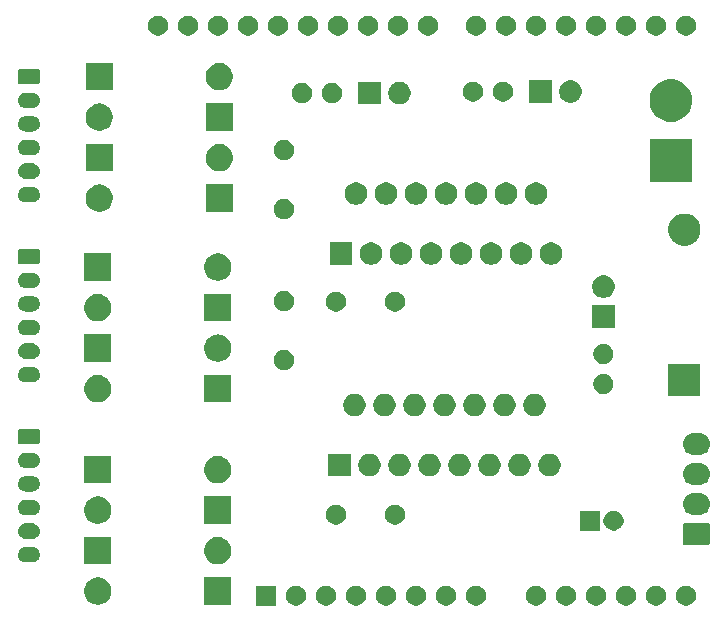
<source format=gbr>
G04 #@! TF.GenerationSoftware,KiCad,Pcbnew,5.1.6+dfsg1-1*
G04 #@! TF.CreationDate,2021-02-24T22:01:50+01:00*
G04 #@! TF.ProjectId,motor-control,6d6f746f-722d-4636-9f6e-74726f6c2e6b,rev?*
G04 #@! TF.SameCoordinates,Original*
G04 #@! TF.FileFunction,Soldermask,Bot*
G04 #@! TF.FilePolarity,Negative*
%FSLAX46Y46*%
G04 Gerber Fmt 4.6, Leading zero omitted, Abs format (unit mm)*
G04 Created by KiCad (PCBNEW 5.1.6+dfsg1-1) date 2021-02-24 22:01:50*
%MOMM*%
%LPD*%
G01*
G04 APERTURE LIST*
%ADD10C,0.100000*%
G04 APERTURE END LIST*
D10*
G36*
X229864228Y-97733703D02*
G01*
X230019100Y-97797853D01*
X230158481Y-97890985D01*
X230277015Y-98009519D01*
X230370147Y-98148900D01*
X230434297Y-98303772D01*
X230467000Y-98468184D01*
X230467000Y-98635816D01*
X230434297Y-98800228D01*
X230370147Y-98955100D01*
X230277015Y-99094481D01*
X230158481Y-99213015D01*
X230019100Y-99306147D01*
X229864228Y-99370297D01*
X229699816Y-99403000D01*
X229532184Y-99403000D01*
X229367772Y-99370297D01*
X229212900Y-99306147D01*
X229073519Y-99213015D01*
X228954985Y-99094481D01*
X228861853Y-98955100D01*
X228797703Y-98800228D01*
X228765000Y-98635816D01*
X228765000Y-98468184D01*
X228797703Y-98303772D01*
X228861853Y-98148900D01*
X228954985Y-98009519D01*
X229073519Y-97890985D01*
X229212900Y-97797853D01*
X229367772Y-97733703D01*
X229532184Y-97701000D01*
X229699816Y-97701000D01*
X229864228Y-97733703D01*
G37*
G36*
X227324228Y-97733703D02*
G01*
X227479100Y-97797853D01*
X227618481Y-97890985D01*
X227737015Y-98009519D01*
X227830147Y-98148900D01*
X227894297Y-98303772D01*
X227927000Y-98468184D01*
X227927000Y-98635816D01*
X227894297Y-98800228D01*
X227830147Y-98955100D01*
X227737015Y-99094481D01*
X227618481Y-99213015D01*
X227479100Y-99306147D01*
X227324228Y-99370297D01*
X227159816Y-99403000D01*
X226992184Y-99403000D01*
X226827772Y-99370297D01*
X226672900Y-99306147D01*
X226533519Y-99213015D01*
X226414985Y-99094481D01*
X226321853Y-98955100D01*
X226257703Y-98800228D01*
X226225000Y-98635816D01*
X226225000Y-98468184D01*
X226257703Y-98303772D01*
X226321853Y-98148900D01*
X226414985Y-98009519D01*
X226533519Y-97890985D01*
X226672900Y-97797853D01*
X226827772Y-97733703D01*
X226992184Y-97701000D01*
X227159816Y-97701000D01*
X227324228Y-97733703D01*
G37*
G36*
X224784228Y-97733703D02*
G01*
X224939100Y-97797853D01*
X225078481Y-97890985D01*
X225197015Y-98009519D01*
X225290147Y-98148900D01*
X225354297Y-98303772D01*
X225387000Y-98468184D01*
X225387000Y-98635816D01*
X225354297Y-98800228D01*
X225290147Y-98955100D01*
X225197015Y-99094481D01*
X225078481Y-99213015D01*
X224939100Y-99306147D01*
X224784228Y-99370297D01*
X224619816Y-99403000D01*
X224452184Y-99403000D01*
X224287772Y-99370297D01*
X224132900Y-99306147D01*
X223993519Y-99213015D01*
X223874985Y-99094481D01*
X223781853Y-98955100D01*
X223717703Y-98800228D01*
X223685000Y-98635816D01*
X223685000Y-98468184D01*
X223717703Y-98303772D01*
X223781853Y-98148900D01*
X223874985Y-98009519D01*
X223993519Y-97890985D01*
X224132900Y-97797853D01*
X224287772Y-97733703D01*
X224452184Y-97701000D01*
X224619816Y-97701000D01*
X224784228Y-97733703D01*
G37*
G36*
X222244228Y-97733703D02*
G01*
X222399100Y-97797853D01*
X222538481Y-97890985D01*
X222657015Y-98009519D01*
X222750147Y-98148900D01*
X222814297Y-98303772D01*
X222847000Y-98468184D01*
X222847000Y-98635816D01*
X222814297Y-98800228D01*
X222750147Y-98955100D01*
X222657015Y-99094481D01*
X222538481Y-99213015D01*
X222399100Y-99306147D01*
X222244228Y-99370297D01*
X222079816Y-99403000D01*
X221912184Y-99403000D01*
X221747772Y-99370297D01*
X221592900Y-99306147D01*
X221453519Y-99213015D01*
X221334985Y-99094481D01*
X221241853Y-98955100D01*
X221177703Y-98800228D01*
X221145000Y-98635816D01*
X221145000Y-98468184D01*
X221177703Y-98303772D01*
X221241853Y-98148900D01*
X221334985Y-98009519D01*
X221453519Y-97890985D01*
X221592900Y-97797853D01*
X221747772Y-97733703D01*
X221912184Y-97701000D01*
X222079816Y-97701000D01*
X222244228Y-97733703D01*
G37*
G36*
X219704228Y-97733703D02*
G01*
X219859100Y-97797853D01*
X219998481Y-97890985D01*
X220117015Y-98009519D01*
X220210147Y-98148900D01*
X220274297Y-98303772D01*
X220307000Y-98468184D01*
X220307000Y-98635816D01*
X220274297Y-98800228D01*
X220210147Y-98955100D01*
X220117015Y-99094481D01*
X219998481Y-99213015D01*
X219859100Y-99306147D01*
X219704228Y-99370297D01*
X219539816Y-99403000D01*
X219372184Y-99403000D01*
X219207772Y-99370297D01*
X219052900Y-99306147D01*
X218913519Y-99213015D01*
X218794985Y-99094481D01*
X218701853Y-98955100D01*
X218637703Y-98800228D01*
X218605000Y-98635816D01*
X218605000Y-98468184D01*
X218637703Y-98303772D01*
X218701853Y-98148900D01*
X218794985Y-98009519D01*
X218913519Y-97890985D01*
X219052900Y-97797853D01*
X219207772Y-97733703D01*
X219372184Y-97701000D01*
X219539816Y-97701000D01*
X219704228Y-97733703D01*
G37*
G36*
X217164228Y-97733703D02*
G01*
X217319100Y-97797853D01*
X217458481Y-97890985D01*
X217577015Y-98009519D01*
X217670147Y-98148900D01*
X217734297Y-98303772D01*
X217767000Y-98468184D01*
X217767000Y-98635816D01*
X217734297Y-98800228D01*
X217670147Y-98955100D01*
X217577015Y-99094481D01*
X217458481Y-99213015D01*
X217319100Y-99306147D01*
X217164228Y-99370297D01*
X216999816Y-99403000D01*
X216832184Y-99403000D01*
X216667772Y-99370297D01*
X216512900Y-99306147D01*
X216373519Y-99213015D01*
X216254985Y-99094481D01*
X216161853Y-98955100D01*
X216097703Y-98800228D01*
X216065000Y-98635816D01*
X216065000Y-98468184D01*
X216097703Y-98303772D01*
X216161853Y-98148900D01*
X216254985Y-98009519D01*
X216373519Y-97890985D01*
X216512900Y-97797853D01*
X216667772Y-97733703D01*
X216832184Y-97701000D01*
X216999816Y-97701000D01*
X217164228Y-97733703D01*
G37*
G36*
X212084228Y-97733703D02*
G01*
X212239100Y-97797853D01*
X212378481Y-97890985D01*
X212497015Y-98009519D01*
X212590147Y-98148900D01*
X212654297Y-98303772D01*
X212687000Y-98468184D01*
X212687000Y-98635816D01*
X212654297Y-98800228D01*
X212590147Y-98955100D01*
X212497015Y-99094481D01*
X212378481Y-99213015D01*
X212239100Y-99306147D01*
X212084228Y-99370297D01*
X211919816Y-99403000D01*
X211752184Y-99403000D01*
X211587772Y-99370297D01*
X211432900Y-99306147D01*
X211293519Y-99213015D01*
X211174985Y-99094481D01*
X211081853Y-98955100D01*
X211017703Y-98800228D01*
X210985000Y-98635816D01*
X210985000Y-98468184D01*
X211017703Y-98303772D01*
X211081853Y-98148900D01*
X211174985Y-98009519D01*
X211293519Y-97890985D01*
X211432900Y-97797853D01*
X211587772Y-97733703D01*
X211752184Y-97701000D01*
X211919816Y-97701000D01*
X212084228Y-97733703D01*
G37*
G36*
X209544228Y-97733703D02*
G01*
X209699100Y-97797853D01*
X209838481Y-97890985D01*
X209957015Y-98009519D01*
X210050147Y-98148900D01*
X210114297Y-98303772D01*
X210147000Y-98468184D01*
X210147000Y-98635816D01*
X210114297Y-98800228D01*
X210050147Y-98955100D01*
X209957015Y-99094481D01*
X209838481Y-99213015D01*
X209699100Y-99306147D01*
X209544228Y-99370297D01*
X209379816Y-99403000D01*
X209212184Y-99403000D01*
X209047772Y-99370297D01*
X208892900Y-99306147D01*
X208753519Y-99213015D01*
X208634985Y-99094481D01*
X208541853Y-98955100D01*
X208477703Y-98800228D01*
X208445000Y-98635816D01*
X208445000Y-98468184D01*
X208477703Y-98303772D01*
X208541853Y-98148900D01*
X208634985Y-98009519D01*
X208753519Y-97890985D01*
X208892900Y-97797853D01*
X209047772Y-97733703D01*
X209212184Y-97701000D01*
X209379816Y-97701000D01*
X209544228Y-97733703D01*
G37*
G36*
X204464228Y-97733703D02*
G01*
X204619100Y-97797853D01*
X204758481Y-97890985D01*
X204877015Y-98009519D01*
X204970147Y-98148900D01*
X205034297Y-98303772D01*
X205067000Y-98468184D01*
X205067000Y-98635816D01*
X205034297Y-98800228D01*
X204970147Y-98955100D01*
X204877015Y-99094481D01*
X204758481Y-99213015D01*
X204619100Y-99306147D01*
X204464228Y-99370297D01*
X204299816Y-99403000D01*
X204132184Y-99403000D01*
X203967772Y-99370297D01*
X203812900Y-99306147D01*
X203673519Y-99213015D01*
X203554985Y-99094481D01*
X203461853Y-98955100D01*
X203397703Y-98800228D01*
X203365000Y-98635816D01*
X203365000Y-98468184D01*
X203397703Y-98303772D01*
X203461853Y-98148900D01*
X203554985Y-98009519D01*
X203673519Y-97890985D01*
X203812900Y-97797853D01*
X203967772Y-97733703D01*
X204132184Y-97701000D01*
X204299816Y-97701000D01*
X204464228Y-97733703D01*
G37*
G36*
X201924228Y-97733703D02*
G01*
X202079100Y-97797853D01*
X202218481Y-97890985D01*
X202337015Y-98009519D01*
X202430147Y-98148900D01*
X202494297Y-98303772D01*
X202527000Y-98468184D01*
X202527000Y-98635816D01*
X202494297Y-98800228D01*
X202430147Y-98955100D01*
X202337015Y-99094481D01*
X202218481Y-99213015D01*
X202079100Y-99306147D01*
X201924228Y-99370297D01*
X201759816Y-99403000D01*
X201592184Y-99403000D01*
X201427772Y-99370297D01*
X201272900Y-99306147D01*
X201133519Y-99213015D01*
X201014985Y-99094481D01*
X200921853Y-98955100D01*
X200857703Y-98800228D01*
X200825000Y-98635816D01*
X200825000Y-98468184D01*
X200857703Y-98303772D01*
X200921853Y-98148900D01*
X201014985Y-98009519D01*
X201133519Y-97890985D01*
X201272900Y-97797853D01*
X201427772Y-97733703D01*
X201592184Y-97701000D01*
X201759816Y-97701000D01*
X201924228Y-97733703D01*
G37*
G36*
X199384228Y-97733703D02*
G01*
X199539100Y-97797853D01*
X199678481Y-97890985D01*
X199797015Y-98009519D01*
X199890147Y-98148900D01*
X199954297Y-98303772D01*
X199987000Y-98468184D01*
X199987000Y-98635816D01*
X199954297Y-98800228D01*
X199890147Y-98955100D01*
X199797015Y-99094481D01*
X199678481Y-99213015D01*
X199539100Y-99306147D01*
X199384228Y-99370297D01*
X199219816Y-99403000D01*
X199052184Y-99403000D01*
X198887772Y-99370297D01*
X198732900Y-99306147D01*
X198593519Y-99213015D01*
X198474985Y-99094481D01*
X198381853Y-98955100D01*
X198317703Y-98800228D01*
X198285000Y-98635816D01*
X198285000Y-98468184D01*
X198317703Y-98303772D01*
X198381853Y-98148900D01*
X198474985Y-98009519D01*
X198593519Y-97890985D01*
X198732900Y-97797853D01*
X198887772Y-97733703D01*
X199052184Y-97701000D01*
X199219816Y-97701000D01*
X199384228Y-97733703D01*
G37*
G36*
X196844228Y-97733703D02*
G01*
X196999100Y-97797853D01*
X197138481Y-97890985D01*
X197257015Y-98009519D01*
X197350147Y-98148900D01*
X197414297Y-98303772D01*
X197447000Y-98468184D01*
X197447000Y-98635816D01*
X197414297Y-98800228D01*
X197350147Y-98955100D01*
X197257015Y-99094481D01*
X197138481Y-99213015D01*
X196999100Y-99306147D01*
X196844228Y-99370297D01*
X196679816Y-99403000D01*
X196512184Y-99403000D01*
X196347772Y-99370297D01*
X196192900Y-99306147D01*
X196053519Y-99213015D01*
X195934985Y-99094481D01*
X195841853Y-98955100D01*
X195777703Y-98800228D01*
X195745000Y-98635816D01*
X195745000Y-98468184D01*
X195777703Y-98303772D01*
X195841853Y-98148900D01*
X195934985Y-98009519D01*
X196053519Y-97890985D01*
X196192900Y-97797853D01*
X196347772Y-97733703D01*
X196512184Y-97701000D01*
X196679816Y-97701000D01*
X196844228Y-97733703D01*
G37*
G36*
X194907000Y-99403000D02*
G01*
X193205000Y-99403000D01*
X193205000Y-97701000D01*
X194907000Y-97701000D01*
X194907000Y-99403000D01*
G37*
G36*
X207004228Y-97733703D02*
G01*
X207159100Y-97797853D01*
X207298481Y-97890985D01*
X207417015Y-98009519D01*
X207510147Y-98148900D01*
X207574297Y-98303772D01*
X207607000Y-98468184D01*
X207607000Y-98635816D01*
X207574297Y-98800228D01*
X207510147Y-98955100D01*
X207417015Y-99094481D01*
X207298481Y-99213015D01*
X207159100Y-99306147D01*
X207004228Y-99370297D01*
X206839816Y-99403000D01*
X206672184Y-99403000D01*
X206507772Y-99370297D01*
X206352900Y-99306147D01*
X206213519Y-99213015D01*
X206094985Y-99094481D01*
X206001853Y-98955100D01*
X205937703Y-98800228D01*
X205905000Y-98635816D01*
X205905000Y-98468184D01*
X205937703Y-98303772D01*
X206001853Y-98148900D01*
X206094985Y-98009519D01*
X206213519Y-97890985D01*
X206352900Y-97797853D01*
X206507772Y-97733703D01*
X206672184Y-97701000D01*
X206839816Y-97701000D01*
X207004228Y-97733703D01*
G37*
G36*
X191143000Y-99322000D02*
G01*
X188841000Y-99322000D01*
X188841000Y-97020000D01*
X191143000Y-97020000D01*
X191143000Y-99322000D01*
G37*
G36*
X180056549Y-97042116D02*
G01*
X180167734Y-97064232D01*
X180377203Y-97150997D01*
X180565720Y-97276960D01*
X180726040Y-97437280D01*
X180852003Y-97625797D01*
X180938768Y-97835266D01*
X180983000Y-98057636D01*
X180983000Y-98284364D01*
X180938768Y-98506734D01*
X180852003Y-98716203D01*
X180726040Y-98904720D01*
X180565720Y-99065040D01*
X180377203Y-99191003D01*
X180167734Y-99277768D01*
X180056549Y-99299884D01*
X179945365Y-99322000D01*
X179718635Y-99322000D01*
X179607451Y-99299884D01*
X179496266Y-99277768D01*
X179286797Y-99191003D01*
X179098280Y-99065040D01*
X178937960Y-98904720D01*
X178811997Y-98716203D01*
X178725232Y-98506734D01*
X178681000Y-98284364D01*
X178681000Y-98057636D01*
X178725232Y-97835266D01*
X178811997Y-97625797D01*
X178937960Y-97437280D01*
X179098280Y-97276960D01*
X179286797Y-97150997D01*
X179496266Y-97064232D01*
X179607451Y-97042116D01*
X179718635Y-97020000D01*
X179945365Y-97020000D01*
X180056549Y-97042116D01*
G37*
G36*
X180983000Y-95893000D02*
G01*
X178681000Y-95893000D01*
X178681000Y-93591000D01*
X180983000Y-93591000D01*
X180983000Y-95893000D01*
G37*
G36*
X190216549Y-93613116D02*
G01*
X190327734Y-93635232D01*
X190537203Y-93721997D01*
X190725720Y-93847960D01*
X190886040Y-94008280D01*
X190985667Y-94157383D01*
X191012004Y-94196799D01*
X191098768Y-94406267D01*
X191142764Y-94627447D01*
X191143000Y-94628636D01*
X191143000Y-94855364D01*
X191098768Y-95077734D01*
X191012003Y-95287203D01*
X190886040Y-95475720D01*
X190725720Y-95636040D01*
X190537203Y-95762003D01*
X190327734Y-95848768D01*
X190216549Y-95870884D01*
X190105365Y-95893000D01*
X189878635Y-95893000D01*
X189767451Y-95870884D01*
X189656266Y-95848768D01*
X189446797Y-95762003D01*
X189258280Y-95636040D01*
X189097960Y-95475720D01*
X188971997Y-95287203D01*
X188885232Y-95077734D01*
X188841000Y-94855364D01*
X188841000Y-94628636D01*
X188841237Y-94627447D01*
X188885232Y-94406267D01*
X188971996Y-94196799D01*
X188998333Y-94157383D01*
X189097960Y-94008280D01*
X189258280Y-93847960D01*
X189446797Y-93721997D01*
X189656266Y-93635232D01*
X189767451Y-93613116D01*
X189878635Y-93591000D01*
X190105365Y-93591000D01*
X190216549Y-93613116D01*
G37*
G36*
X174328855Y-94442140D02*
G01*
X174392618Y-94448420D01*
X174483404Y-94475960D01*
X174515336Y-94485646D01*
X174628425Y-94546094D01*
X174727554Y-94627446D01*
X174808906Y-94726575D01*
X174869354Y-94839664D01*
X174869355Y-94839668D01*
X174906580Y-94962382D01*
X174919149Y-95090000D01*
X174906580Y-95217618D01*
X174879040Y-95308404D01*
X174869354Y-95340336D01*
X174808906Y-95453425D01*
X174727554Y-95552554D01*
X174628425Y-95633906D01*
X174515336Y-95694354D01*
X174483404Y-95704040D01*
X174392618Y-95731580D01*
X174328855Y-95737860D01*
X174296974Y-95741000D01*
X173683026Y-95741000D01*
X173651145Y-95737860D01*
X173587382Y-95731580D01*
X173496596Y-95704040D01*
X173464664Y-95694354D01*
X173351575Y-95633906D01*
X173252446Y-95552554D01*
X173171094Y-95453425D01*
X173110646Y-95340336D01*
X173100960Y-95308404D01*
X173073420Y-95217618D01*
X173060851Y-95090000D01*
X173073420Y-94962382D01*
X173110645Y-94839668D01*
X173110646Y-94839664D01*
X173171094Y-94726575D01*
X173252446Y-94627446D01*
X173351575Y-94546094D01*
X173464664Y-94485646D01*
X173496596Y-94475960D01*
X173587382Y-94448420D01*
X173651145Y-94442140D01*
X173683026Y-94439000D01*
X174296974Y-94439000D01*
X174328855Y-94442140D01*
G37*
G36*
X231514561Y-92427966D02*
G01*
X231547383Y-92437923D01*
X231577632Y-92454092D01*
X231604148Y-92475852D01*
X231625908Y-92502368D01*
X231642077Y-92532617D01*
X231652034Y-92565439D01*
X231656000Y-92605713D01*
X231656000Y-94084287D01*
X231652034Y-94124561D01*
X231642077Y-94157383D01*
X231625908Y-94187632D01*
X231604148Y-94214148D01*
X231577632Y-94235908D01*
X231547383Y-94252077D01*
X231514561Y-94262034D01*
X231474287Y-94266000D01*
X229535713Y-94266000D01*
X229495439Y-94262034D01*
X229462617Y-94252077D01*
X229432368Y-94235908D01*
X229405852Y-94214148D01*
X229384092Y-94187632D01*
X229367923Y-94157383D01*
X229357966Y-94124561D01*
X229354000Y-94084287D01*
X229354000Y-92605713D01*
X229357966Y-92565439D01*
X229367923Y-92532617D01*
X229384092Y-92502368D01*
X229405852Y-92475852D01*
X229432368Y-92454092D01*
X229462617Y-92437923D01*
X229495439Y-92427966D01*
X229535713Y-92424000D01*
X231474287Y-92424000D01*
X231514561Y-92427966D01*
G37*
G36*
X174328855Y-92442140D02*
G01*
X174392618Y-92448420D01*
X174483049Y-92475852D01*
X174515336Y-92485646D01*
X174628425Y-92546094D01*
X174727554Y-92627446D01*
X174808906Y-92726575D01*
X174869354Y-92839664D01*
X174869355Y-92839668D01*
X174906580Y-92962382D01*
X174919149Y-93090000D01*
X174906580Y-93217618D01*
X174879040Y-93308404D01*
X174869354Y-93340336D01*
X174808906Y-93453425D01*
X174727554Y-93552554D01*
X174628425Y-93633906D01*
X174515336Y-93694354D01*
X174483404Y-93704040D01*
X174392618Y-93731580D01*
X174328855Y-93737860D01*
X174296974Y-93741000D01*
X173683026Y-93741000D01*
X173651145Y-93737860D01*
X173587382Y-93731580D01*
X173496596Y-93704040D01*
X173464664Y-93694354D01*
X173351575Y-93633906D01*
X173252446Y-93552554D01*
X173171094Y-93453425D01*
X173110646Y-93340336D01*
X173100960Y-93308404D01*
X173073420Y-93217618D01*
X173060851Y-93090000D01*
X173073420Y-92962382D01*
X173110645Y-92839668D01*
X173110646Y-92839664D01*
X173171094Y-92726575D01*
X173252446Y-92627446D01*
X173351575Y-92546094D01*
X173464664Y-92485646D01*
X173496951Y-92475852D01*
X173587382Y-92448420D01*
X173651145Y-92442140D01*
X173683026Y-92439000D01*
X174296974Y-92439000D01*
X174328855Y-92442140D01*
G37*
G36*
X222339000Y-93053000D02*
G01*
X220637000Y-93053000D01*
X220637000Y-91351000D01*
X222339000Y-91351000D01*
X222339000Y-93053000D01*
G37*
G36*
X223736228Y-91383703D02*
G01*
X223891100Y-91447853D01*
X224030481Y-91540985D01*
X224149015Y-91659519D01*
X224242147Y-91798900D01*
X224306297Y-91953772D01*
X224339000Y-92118184D01*
X224339000Y-92285816D01*
X224306297Y-92450228D01*
X224242147Y-92605100D01*
X224149015Y-92744481D01*
X224030481Y-92863015D01*
X223891100Y-92956147D01*
X223736228Y-93020297D01*
X223571816Y-93053000D01*
X223404184Y-93053000D01*
X223239772Y-93020297D01*
X223084900Y-92956147D01*
X222945519Y-92863015D01*
X222826985Y-92744481D01*
X222733853Y-92605100D01*
X222669703Y-92450228D01*
X222637000Y-92285816D01*
X222637000Y-92118184D01*
X222669703Y-91953772D01*
X222733853Y-91798900D01*
X222826985Y-91659519D01*
X222945519Y-91540985D01*
X223084900Y-91447853D01*
X223239772Y-91383703D01*
X223404184Y-91351000D01*
X223571816Y-91351000D01*
X223736228Y-91383703D01*
G37*
G36*
X205226228Y-90875703D02*
G01*
X205381100Y-90939853D01*
X205520481Y-91032985D01*
X205639015Y-91151519D01*
X205732147Y-91290900D01*
X205796297Y-91445772D01*
X205829000Y-91610184D01*
X205829000Y-91777816D01*
X205796297Y-91942228D01*
X205732147Y-92097100D01*
X205639015Y-92236481D01*
X205520481Y-92355015D01*
X205381100Y-92448147D01*
X205226228Y-92512297D01*
X205061816Y-92545000D01*
X204894184Y-92545000D01*
X204729772Y-92512297D01*
X204574900Y-92448147D01*
X204435519Y-92355015D01*
X204316985Y-92236481D01*
X204223853Y-92097100D01*
X204159703Y-91942228D01*
X204127000Y-91777816D01*
X204127000Y-91610184D01*
X204159703Y-91445772D01*
X204223853Y-91290900D01*
X204316985Y-91151519D01*
X204435519Y-91032985D01*
X204574900Y-90939853D01*
X204729772Y-90875703D01*
X204894184Y-90843000D01*
X205061816Y-90843000D01*
X205226228Y-90875703D01*
G37*
G36*
X200226228Y-90875703D02*
G01*
X200381100Y-90939853D01*
X200520481Y-91032985D01*
X200639015Y-91151519D01*
X200732147Y-91290900D01*
X200796297Y-91445772D01*
X200829000Y-91610184D01*
X200829000Y-91777816D01*
X200796297Y-91942228D01*
X200732147Y-92097100D01*
X200639015Y-92236481D01*
X200520481Y-92355015D01*
X200381100Y-92448147D01*
X200226228Y-92512297D01*
X200061816Y-92545000D01*
X199894184Y-92545000D01*
X199729772Y-92512297D01*
X199574900Y-92448147D01*
X199435519Y-92355015D01*
X199316985Y-92236481D01*
X199223853Y-92097100D01*
X199159703Y-91942228D01*
X199127000Y-91777816D01*
X199127000Y-91610184D01*
X199159703Y-91445772D01*
X199223853Y-91290900D01*
X199316985Y-91151519D01*
X199435519Y-91032985D01*
X199574900Y-90939853D01*
X199729772Y-90875703D01*
X199894184Y-90843000D01*
X200061816Y-90843000D01*
X200226228Y-90875703D01*
G37*
G36*
X180056549Y-90184116D02*
G01*
X180167734Y-90206232D01*
X180315850Y-90267584D01*
X180372006Y-90290844D01*
X180377203Y-90292997D01*
X180565720Y-90418960D01*
X180726040Y-90579280D01*
X180852003Y-90767797D01*
X180938768Y-90977266D01*
X180983000Y-91199636D01*
X180983000Y-91426364D01*
X180938768Y-91648734D01*
X180852003Y-91858203D01*
X180726040Y-92046720D01*
X180565720Y-92207040D01*
X180377203Y-92333003D01*
X180167734Y-92419768D01*
X180120894Y-92429085D01*
X179945365Y-92464000D01*
X179718635Y-92464000D01*
X179543106Y-92429085D01*
X179496266Y-92419768D01*
X179286797Y-92333003D01*
X179098280Y-92207040D01*
X178937960Y-92046720D01*
X178811997Y-91858203D01*
X178725232Y-91648734D01*
X178681000Y-91426364D01*
X178681000Y-91199636D01*
X178725232Y-90977266D01*
X178811997Y-90767797D01*
X178937960Y-90579280D01*
X179098280Y-90418960D01*
X179286797Y-90292997D01*
X179291995Y-90290844D01*
X179348150Y-90267584D01*
X179496266Y-90206232D01*
X179607451Y-90184116D01*
X179718635Y-90162000D01*
X179945365Y-90162000D01*
X180056549Y-90184116D01*
G37*
G36*
X191143000Y-92464000D02*
G01*
X188841000Y-92464000D01*
X188841000Y-90162000D01*
X191143000Y-90162000D01*
X191143000Y-92464000D01*
G37*
G36*
X174328855Y-90442140D02*
G01*
X174392618Y-90448420D01*
X174483404Y-90475960D01*
X174515336Y-90485646D01*
X174628425Y-90546094D01*
X174727554Y-90627446D01*
X174808906Y-90726575D01*
X174869354Y-90839664D01*
X174869355Y-90839668D01*
X174906580Y-90962382D01*
X174919149Y-91090000D01*
X174906580Y-91217618D01*
X174884350Y-91290900D01*
X174869354Y-91340336D01*
X174808906Y-91453425D01*
X174727554Y-91552554D01*
X174628425Y-91633906D01*
X174515336Y-91694354D01*
X174483404Y-91704040D01*
X174392618Y-91731580D01*
X174328855Y-91737860D01*
X174296974Y-91741000D01*
X173683026Y-91741000D01*
X173651145Y-91737860D01*
X173587382Y-91731580D01*
X173496596Y-91704040D01*
X173464664Y-91694354D01*
X173351575Y-91633906D01*
X173252446Y-91552554D01*
X173171094Y-91453425D01*
X173110646Y-91340336D01*
X173095650Y-91290900D01*
X173073420Y-91217618D01*
X173060851Y-91090000D01*
X173073420Y-90962382D01*
X173110645Y-90839668D01*
X173110646Y-90839664D01*
X173171094Y-90726575D01*
X173252446Y-90627446D01*
X173351575Y-90546094D01*
X173464664Y-90485646D01*
X173496596Y-90475960D01*
X173587382Y-90448420D01*
X173651145Y-90442140D01*
X173683026Y-90439000D01*
X174296974Y-90439000D01*
X174328855Y-90442140D01*
G37*
G36*
X230825345Y-89888442D02*
G01*
X230915548Y-89897326D01*
X231089157Y-89949990D01*
X231249156Y-90035511D01*
X231292729Y-90071271D01*
X231389397Y-90150603D01*
X231468729Y-90247271D01*
X231504489Y-90290844D01*
X231590010Y-90450843D01*
X231642674Y-90624452D01*
X231660456Y-90805000D01*
X231642674Y-90985548D01*
X231590010Y-91159157D01*
X231504489Y-91319156D01*
X231478355Y-91351000D01*
X231389397Y-91459397D01*
X231292729Y-91538729D01*
X231249156Y-91574489D01*
X231089157Y-91660010D01*
X230915548Y-91712674D01*
X230825345Y-91721558D01*
X230780245Y-91726000D01*
X230229755Y-91726000D01*
X230184655Y-91721558D01*
X230094452Y-91712674D01*
X229920843Y-91660010D01*
X229760844Y-91574489D01*
X229717271Y-91538729D01*
X229620603Y-91459397D01*
X229531645Y-91351000D01*
X229505511Y-91319156D01*
X229419990Y-91159157D01*
X229367326Y-90985548D01*
X229349544Y-90805000D01*
X229367326Y-90624452D01*
X229419990Y-90450843D01*
X229505511Y-90290844D01*
X229541271Y-90247271D01*
X229620603Y-90150603D01*
X229717271Y-90071271D01*
X229760844Y-90035511D01*
X229920843Y-89949990D01*
X230094452Y-89897326D01*
X230184655Y-89888442D01*
X230229755Y-89884000D01*
X230780245Y-89884000D01*
X230825345Y-89888442D01*
G37*
G36*
X174328855Y-88442140D02*
G01*
X174392618Y-88448420D01*
X174483404Y-88475960D01*
X174515336Y-88485646D01*
X174628425Y-88546094D01*
X174727554Y-88627446D01*
X174808906Y-88726575D01*
X174869354Y-88839664D01*
X174869355Y-88839668D01*
X174906580Y-88962382D01*
X174919149Y-89090000D01*
X174906580Y-89217618D01*
X174879040Y-89308404D01*
X174869354Y-89340336D01*
X174808906Y-89453425D01*
X174727554Y-89552554D01*
X174628425Y-89633906D01*
X174515336Y-89694354D01*
X174483404Y-89704040D01*
X174392618Y-89731580D01*
X174328855Y-89737860D01*
X174296974Y-89741000D01*
X173683026Y-89741000D01*
X173651145Y-89737860D01*
X173587382Y-89731580D01*
X173496596Y-89704040D01*
X173464664Y-89694354D01*
X173351575Y-89633906D01*
X173252446Y-89552554D01*
X173171094Y-89453425D01*
X173110646Y-89340336D01*
X173100960Y-89308404D01*
X173073420Y-89217618D01*
X173060851Y-89090000D01*
X173073420Y-88962382D01*
X173110645Y-88839668D01*
X173110646Y-88839664D01*
X173171094Y-88726575D01*
X173252446Y-88627446D01*
X173351575Y-88546094D01*
X173464664Y-88485646D01*
X173496596Y-88475960D01*
X173587382Y-88448420D01*
X173651145Y-88442140D01*
X173683026Y-88439000D01*
X174296974Y-88439000D01*
X174328855Y-88442140D01*
G37*
G36*
X230825345Y-87348442D02*
G01*
X230915548Y-87357326D01*
X231089157Y-87409990D01*
X231249156Y-87495511D01*
X231292729Y-87531271D01*
X231389397Y-87610603D01*
X231468729Y-87707271D01*
X231504489Y-87750844D01*
X231590010Y-87910843D01*
X231642674Y-88084452D01*
X231660456Y-88265000D01*
X231642674Y-88445548D01*
X231590010Y-88619157D01*
X231504489Y-88779156D01*
X231468729Y-88822729D01*
X231389397Y-88919397D01*
X231302430Y-88990768D01*
X231249156Y-89034489D01*
X231089157Y-89120010D01*
X230915548Y-89172674D01*
X230825345Y-89181558D01*
X230780245Y-89186000D01*
X230229755Y-89186000D01*
X230184655Y-89181558D01*
X230094452Y-89172674D01*
X229920843Y-89120010D01*
X229760844Y-89034489D01*
X229707570Y-88990768D01*
X229620603Y-88919397D01*
X229541271Y-88822729D01*
X229505511Y-88779156D01*
X229419990Y-88619157D01*
X229367326Y-88445548D01*
X229349544Y-88265000D01*
X229367326Y-88084452D01*
X229419990Y-87910843D01*
X229505511Y-87750844D01*
X229541271Y-87707271D01*
X229620603Y-87610603D01*
X229717271Y-87531271D01*
X229760844Y-87495511D01*
X229920843Y-87409990D01*
X230094452Y-87357326D01*
X230184655Y-87348442D01*
X230229755Y-87344000D01*
X230780245Y-87344000D01*
X230825345Y-87348442D01*
G37*
G36*
X180983000Y-89035000D02*
G01*
X178681000Y-89035000D01*
X178681000Y-86733000D01*
X180983000Y-86733000D01*
X180983000Y-89035000D01*
G37*
G36*
X190216549Y-86755116D02*
G01*
X190327734Y-86777232D01*
X190537203Y-86863997D01*
X190725720Y-86989960D01*
X190886040Y-87150280D01*
X191012003Y-87338797D01*
X191012004Y-87338799D01*
X191014158Y-87344000D01*
X191098768Y-87548266D01*
X191111168Y-87610604D01*
X191139064Y-87750845D01*
X191143000Y-87770636D01*
X191143000Y-87997364D01*
X191098768Y-88219734D01*
X191012003Y-88429203D01*
X190886040Y-88617720D01*
X190725720Y-88778040D01*
X190537203Y-88904003D01*
X190327734Y-88990768D01*
X190216549Y-89012884D01*
X190105365Y-89035000D01*
X189878635Y-89035000D01*
X189767451Y-89012884D01*
X189656266Y-88990768D01*
X189446797Y-88904003D01*
X189258280Y-88778040D01*
X189097960Y-88617720D01*
X188971997Y-88429203D01*
X188885232Y-88219734D01*
X188841000Y-87997364D01*
X188841000Y-87770636D01*
X188844937Y-87750845D01*
X188872832Y-87610604D01*
X188885232Y-87548266D01*
X188969842Y-87344000D01*
X188971996Y-87338799D01*
X188971997Y-87338797D01*
X189097960Y-87150280D01*
X189258280Y-86989960D01*
X189446797Y-86863997D01*
X189656266Y-86777232D01*
X189767451Y-86755116D01*
X189878635Y-86733000D01*
X190105365Y-86733000D01*
X190216549Y-86755116D01*
G37*
G36*
X208176395Y-86588546D02*
G01*
X208349466Y-86660234D01*
X208349467Y-86660235D01*
X208505227Y-86764310D01*
X208637690Y-86896773D01*
X208637691Y-86896775D01*
X208741766Y-87052534D01*
X208813454Y-87225605D01*
X208850000Y-87409333D01*
X208850000Y-87596667D01*
X208813454Y-87780395D01*
X208741766Y-87953466D01*
X208690081Y-88030818D01*
X208637690Y-88109227D01*
X208505227Y-88241690D01*
X208470341Y-88265000D01*
X208349466Y-88345766D01*
X208176395Y-88417454D01*
X207992667Y-88454000D01*
X207805333Y-88454000D01*
X207621605Y-88417454D01*
X207448534Y-88345766D01*
X207327659Y-88265000D01*
X207292773Y-88241690D01*
X207160310Y-88109227D01*
X207107919Y-88030818D01*
X207056234Y-87953466D01*
X206984546Y-87780395D01*
X206948000Y-87596667D01*
X206948000Y-87409333D01*
X206984546Y-87225605D01*
X207056234Y-87052534D01*
X207160309Y-86896775D01*
X207160310Y-86896773D01*
X207292773Y-86764310D01*
X207448533Y-86660235D01*
X207448534Y-86660234D01*
X207621605Y-86588546D01*
X207805333Y-86552000D01*
X207992667Y-86552000D01*
X208176395Y-86588546D01*
G37*
G36*
X203096395Y-86588546D02*
G01*
X203269466Y-86660234D01*
X203269467Y-86660235D01*
X203425227Y-86764310D01*
X203557690Y-86896773D01*
X203557691Y-86896775D01*
X203661766Y-87052534D01*
X203733454Y-87225605D01*
X203770000Y-87409333D01*
X203770000Y-87596667D01*
X203733454Y-87780395D01*
X203661766Y-87953466D01*
X203610081Y-88030818D01*
X203557690Y-88109227D01*
X203425227Y-88241690D01*
X203390341Y-88265000D01*
X203269466Y-88345766D01*
X203096395Y-88417454D01*
X202912667Y-88454000D01*
X202725333Y-88454000D01*
X202541605Y-88417454D01*
X202368534Y-88345766D01*
X202247659Y-88265000D01*
X202212773Y-88241690D01*
X202080310Y-88109227D01*
X202027919Y-88030818D01*
X201976234Y-87953466D01*
X201904546Y-87780395D01*
X201868000Y-87596667D01*
X201868000Y-87409333D01*
X201904546Y-87225605D01*
X201976234Y-87052534D01*
X202080309Y-86896775D01*
X202080310Y-86896773D01*
X202212773Y-86764310D01*
X202368533Y-86660235D01*
X202368534Y-86660234D01*
X202541605Y-86588546D01*
X202725333Y-86552000D01*
X202912667Y-86552000D01*
X203096395Y-86588546D01*
G37*
G36*
X205636395Y-86588546D02*
G01*
X205809466Y-86660234D01*
X205809467Y-86660235D01*
X205965227Y-86764310D01*
X206097690Y-86896773D01*
X206097691Y-86896775D01*
X206201766Y-87052534D01*
X206273454Y-87225605D01*
X206310000Y-87409333D01*
X206310000Y-87596667D01*
X206273454Y-87780395D01*
X206201766Y-87953466D01*
X206150081Y-88030818D01*
X206097690Y-88109227D01*
X205965227Y-88241690D01*
X205930341Y-88265000D01*
X205809466Y-88345766D01*
X205636395Y-88417454D01*
X205452667Y-88454000D01*
X205265333Y-88454000D01*
X205081605Y-88417454D01*
X204908534Y-88345766D01*
X204787659Y-88265000D01*
X204752773Y-88241690D01*
X204620310Y-88109227D01*
X204567919Y-88030818D01*
X204516234Y-87953466D01*
X204444546Y-87780395D01*
X204408000Y-87596667D01*
X204408000Y-87409333D01*
X204444546Y-87225605D01*
X204516234Y-87052534D01*
X204620309Y-86896775D01*
X204620310Y-86896773D01*
X204752773Y-86764310D01*
X204908533Y-86660235D01*
X204908534Y-86660234D01*
X205081605Y-86588546D01*
X205265333Y-86552000D01*
X205452667Y-86552000D01*
X205636395Y-86588546D01*
G37*
G36*
X210716395Y-86588546D02*
G01*
X210889466Y-86660234D01*
X210889467Y-86660235D01*
X211045227Y-86764310D01*
X211177690Y-86896773D01*
X211177691Y-86896775D01*
X211281766Y-87052534D01*
X211353454Y-87225605D01*
X211390000Y-87409333D01*
X211390000Y-87596667D01*
X211353454Y-87780395D01*
X211281766Y-87953466D01*
X211230081Y-88030818D01*
X211177690Y-88109227D01*
X211045227Y-88241690D01*
X211010341Y-88265000D01*
X210889466Y-88345766D01*
X210716395Y-88417454D01*
X210532667Y-88454000D01*
X210345333Y-88454000D01*
X210161605Y-88417454D01*
X209988534Y-88345766D01*
X209867659Y-88265000D01*
X209832773Y-88241690D01*
X209700310Y-88109227D01*
X209647919Y-88030818D01*
X209596234Y-87953466D01*
X209524546Y-87780395D01*
X209488000Y-87596667D01*
X209488000Y-87409333D01*
X209524546Y-87225605D01*
X209596234Y-87052534D01*
X209700309Y-86896775D01*
X209700310Y-86896773D01*
X209832773Y-86764310D01*
X209988533Y-86660235D01*
X209988534Y-86660234D01*
X210161605Y-86588546D01*
X210345333Y-86552000D01*
X210532667Y-86552000D01*
X210716395Y-86588546D01*
G37*
G36*
X215796395Y-86588546D02*
G01*
X215969466Y-86660234D01*
X215969467Y-86660235D01*
X216125227Y-86764310D01*
X216257690Y-86896773D01*
X216257691Y-86896775D01*
X216361766Y-87052534D01*
X216433454Y-87225605D01*
X216470000Y-87409333D01*
X216470000Y-87596667D01*
X216433454Y-87780395D01*
X216361766Y-87953466D01*
X216310081Y-88030818D01*
X216257690Y-88109227D01*
X216125227Y-88241690D01*
X216090341Y-88265000D01*
X215969466Y-88345766D01*
X215796395Y-88417454D01*
X215612667Y-88454000D01*
X215425333Y-88454000D01*
X215241605Y-88417454D01*
X215068534Y-88345766D01*
X214947659Y-88265000D01*
X214912773Y-88241690D01*
X214780310Y-88109227D01*
X214727919Y-88030818D01*
X214676234Y-87953466D01*
X214604546Y-87780395D01*
X214568000Y-87596667D01*
X214568000Y-87409333D01*
X214604546Y-87225605D01*
X214676234Y-87052534D01*
X214780309Y-86896775D01*
X214780310Y-86896773D01*
X214912773Y-86764310D01*
X215068533Y-86660235D01*
X215068534Y-86660234D01*
X215241605Y-86588546D01*
X215425333Y-86552000D01*
X215612667Y-86552000D01*
X215796395Y-86588546D01*
G37*
G36*
X218336395Y-86588546D02*
G01*
X218509466Y-86660234D01*
X218509467Y-86660235D01*
X218665227Y-86764310D01*
X218797690Y-86896773D01*
X218797691Y-86896775D01*
X218901766Y-87052534D01*
X218973454Y-87225605D01*
X219010000Y-87409333D01*
X219010000Y-87596667D01*
X218973454Y-87780395D01*
X218901766Y-87953466D01*
X218850081Y-88030818D01*
X218797690Y-88109227D01*
X218665227Y-88241690D01*
X218630341Y-88265000D01*
X218509466Y-88345766D01*
X218336395Y-88417454D01*
X218152667Y-88454000D01*
X217965333Y-88454000D01*
X217781605Y-88417454D01*
X217608534Y-88345766D01*
X217487659Y-88265000D01*
X217452773Y-88241690D01*
X217320310Y-88109227D01*
X217267919Y-88030818D01*
X217216234Y-87953466D01*
X217144546Y-87780395D01*
X217108000Y-87596667D01*
X217108000Y-87409333D01*
X217144546Y-87225605D01*
X217216234Y-87052534D01*
X217320309Y-86896775D01*
X217320310Y-86896773D01*
X217452773Y-86764310D01*
X217608533Y-86660235D01*
X217608534Y-86660234D01*
X217781605Y-86588546D01*
X217965333Y-86552000D01*
X218152667Y-86552000D01*
X218336395Y-86588546D01*
G37*
G36*
X201230000Y-88454000D02*
G01*
X199328000Y-88454000D01*
X199328000Y-86552000D01*
X201230000Y-86552000D01*
X201230000Y-88454000D01*
G37*
G36*
X213256395Y-86588546D02*
G01*
X213429466Y-86660234D01*
X213429467Y-86660235D01*
X213585227Y-86764310D01*
X213717690Y-86896773D01*
X213717691Y-86896775D01*
X213821766Y-87052534D01*
X213893454Y-87225605D01*
X213930000Y-87409333D01*
X213930000Y-87596667D01*
X213893454Y-87780395D01*
X213821766Y-87953466D01*
X213770081Y-88030818D01*
X213717690Y-88109227D01*
X213585227Y-88241690D01*
X213550341Y-88265000D01*
X213429466Y-88345766D01*
X213256395Y-88417454D01*
X213072667Y-88454000D01*
X212885333Y-88454000D01*
X212701605Y-88417454D01*
X212528534Y-88345766D01*
X212407659Y-88265000D01*
X212372773Y-88241690D01*
X212240310Y-88109227D01*
X212187919Y-88030818D01*
X212136234Y-87953466D01*
X212064546Y-87780395D01*
X212028000Y-87596667D01*
X212028000Y-87409333D01*
X212064546Y-87225605D01*
X212136234Y-87052534D01*
X212240309Y-86896775D01*
X212240310Y-86896773D01*
X212372773Y-86764310D01*
X212528533Y-86660235D01*
X212528534Y-86660234D01*
X212701605Y-86588546D01*
X212885333Y-86552000D01*
X213072667Y-86552000D01*
X213256395Y-86588546D01*
G37*
G36*
X174328855Y-86442140D02*
G01*
X174392618Y-86448420D01*
X174483404Y-86475960D01*
X174515336Y-86485646D01*
X174628425Y-86546094D01*
X174727554Y-86627446D01*
X174808906Y-86726575D01*
X174869354Y-86839664D01*
X174869355Y-86839668D01*
X174906580Y-86962382D01*
X174919149Y-87090000D01*
X174906580Y-87217618D01*
X174904157Y-87225604D01*
X174869354Y-87340336D01*
X174808906Y-87453425D01*
X174727554Y-87552554D01*
X174628425Y-87633906D01*
X174515336Y-87694354D01*
X174483404Y-87704040D01*
X174392618Y-87731580D01*
X174328855Y-87737860D01*
X174296974Y-87741000D01*
X173683026Y-87741000D01*
X173651145Y-87737860D01*
X173587382Y-87731580D01*
X173496596Y-87704040D01*
X173464664Y-87694354D01*
X173351575Y-87633906D01*
X173252446Y-87552554D01*
X173171094Y-87453425D01*
X173110646Y-87340336D01*
X173075843Y-87225604D01*
X173073420Y-87217618D01*
X173060851Y-87090000D01*
X173073420Y-86962382D01*
X173110645Y-86839668D01*
X173110646Y-86839664D01*
X173171094Y-86726575D01*
X173252446Y-86627446D01*
X173351575Y-86546094D01*
X173464664Y-86485646D01*
X173496596Y-86475960D01*
X173587382Y-86448420D01*
X173651145Y-86442140D01*
X173683026Y-86439000D01*
X174296974Y-86439000D01*
X174328855Y-86442140D01*
G37*
G36*
X230825345Y-84808442D02*
G01*
X230915548Y-84817326D01*
X231089157Y-84869990D01*
X231249156Y-84955511D01*
X231292729Y-84991271D01*
X231389397Y-85070603D01*
X231468729Y-85167271D01*
X231504489Y-85210844D01*
X231590010Y-85370843D01*
X231642674Y-85544452D01*
X231660456Y-85725000D01*
X231642674Y-85905548D01*
X231590010Y-86079157D01*
X231504489Y-86239156D01*
X231468729Y-86282729D01*
X231389397Y-86379397D01*
X231305291Y-86448420D01*
X231249156Y-86494489D01*
X231089157Y-86580010D01*
X230915548Y-86632674D01*
X230825345Y-86641558D01*
X230780245Y-86646000D01*
X230229755Y-86646000D01*
X230184655Y-86641558D01*
X230094452Y-86632674D01*
X229920843Y-86580010D01*
X229760844Y-86494489D01*
X229704709Y-86448420D01*
X229620603Y-86379397D01*
X229541271Y-86282729D01*
X229505511Y-86239156D01*
X229419990Y-86079157D01*
X229367326Y-85905548D01*
X229349544Y-85725000D01*
X229367326Y-85544452D01*
X229419990Y-85370843D01*
X229505511Y-85210844D01*
X229541271Y-85167271D01*
X229620603Y-85070603D01*
X229717271Y-84991271D01*
X229760844Y-84955511D01*
X229920843Y-84869990D01*
X230094452Y-84817326D01*
X230184655Y-84808442D01*
X230229755Y-84804000D01*
X230780245Y-84804000D01*
X230825345Y-84808442D01*
G37*
G36*
X174756242Y-84443404D02*
G01*
X174793337Y-84454657D01*
X174827515Y-84472925D01*
X174857481Y-84497519D01*
X174882075Y-84527485D01*
X174900343Y-84561663D01*
X174911596Y-84598758D01*
X174916000Y-84643474D01*
X174916000Y-85536526D01*
X174911596Y-85581242D01*
X174900343Y-85618337D01*
X174882075Y-85652515D01*
X174857481Y-85682481D01*
X174827515Y-85707075D01*
X174793337Y-85725343D01*
X174756242Y-85736596D01*
X174711526Y-85741000D01*
X173268474Y-85741000D01*
X173223758Y-85736596D01*
X173186663Y-85725343D01*
X173152485Y-85707075D01*
X173122519Y-85682481D01*
X173097925Y-85652515D01*
X173079657Y-85618337D01*
X173068404Y-85581242D01*
X173064000Y-85536526D01*
X173064000Y-84643474D01*
X173068404Y-84598758D01*
X173079657Y-84561663D01*
X173097925Y-84527485D01*
X173122519Y-84497519D01*
X173152485Y-84472925D01*
X173186663Y-84454657D01*
X173223758Y-84443404D01*
X173268474Y-84439000D01*
X174711526Y-84439000D01*
X174756242Y-84443404D01*
G37*
G36*
X204366395Y-81508546D02*
G01*
X204539466Y-81580234D01*
X204539467Y-81580235D01*
X204695227Y-81684310D01*
X204827690Y-81816773D01*
X204827691Y-81816775D01*
X204931766Y-81972534D01*
X205003454Y-82145605D01*
X205040000Y-82329333D01*
X205040000Y-82516667D01*
X205003454Y-82700395D01*
X204931766Y-82873466D01*
X204931765Y-82873467D01*
X204827690Y-83029227D01*
X204695227Y-83161690D01*
X204616818Y-83214081D01*
X204539466Y-83265766D01*
X204366395Y-83337454D01*
X204182667Y-83374000D01*
X203995333Y-83374000D01*
X203811605Y-83337454D01*
X203638534Y-83265766D01*
X203561182Y-83214081D01*
X203482773Y-83161690D01*
X203350310Y-83029227D01*
X203246235Y-82873467D01*
X203246234Y-82873466D01*
X203174546Y-82700395D01*
X203138000Y-82516667D01*
X203138000Y-82329333D01*
X203174546Y-82145605D01*
X203246234Y-81972534D01*
X203350309Y-81816775D01*
X203350310Y-81816773D01*
X203482773Y-81684310D01*
X203638533Y-81580235D01*
X203638534Y-81580234D01*
X203811605Y-81508546D01*
X203995333Y-81472000D01*
X204182667Y-81472000D01*
X204366395Y-81508546D01*
G37*
G36*
X211986395Y-81508546D02*
G01*
X212159466Y-81580234D01*
X212159467Y-81580235D01*
X212315227Y-81684310D01*
X212447690Y-81816773D01*
X212447691Y-81816775D01*
X212551766Y-81972534D01*
X212623454Y-82145605D01*
X212660000Y-82329333D01*
X212660000Y-82516667D01*
X212623454Y-82700395D01*
X212551766Y-82873466D01*
X212551765Y-82873467D01*
X212447690Y-83029227D01*
X212315227Y-83161690D01*
X212236818Y-83214081D01*
X212159466Y-83265766D01*
X211986395Y-83337454D01*
X211802667Y-83374000D01*
X211615333Y-83374000D01*
X211431605Y-83337454D01*
X211258534Y-83265766D01*
X211181182Y-83214081D01*
X211102773Y-83161690D01*
X210970310Y-83029227D01*
X210866235Y-82873467D01*
X210866234Y-82873466D01*
X210794546Y-82700395D01*
X210758000Y-82516667D01*
X210758000Y-82329333D01*
X210794546Y-82145605D01*
X210866234Y-81972534D01*
X210970309Y-81816775D01*
X210970310Y-81816773D01*
X211102773Y-81684310D01*
X211258533Y-81580235D01*
X211258534Y-81580234D01*
X211431605Y-81508546D01*
X211615333Y-81472000D01*
X211802667Y-81472000D01*
X211986395Y-81508546D01*
G37*
G36*
X209446395Y-81508546D02*
G01*
X209619466Y-81580234D01*
X209619467Y-81580235D01*
X209775227Y-81684310D01*
X209907690Y-81816773D01*
X209907691Y-81816775D01*
X210011766Y-81972534D01*
X210083454Y-82145605D01*
X210120000Y-82329333D01*
X210120000Y-82516667D01*
X210083454Y-82700395D01*
X210011766Y-82873466D01*
X210011765Y-82873467D01*
X209907690Y-83029227D01*
X209775227Y-83161690D01*
X209696818Y-83214081D01*
X209619466Y-83265766D01*
X209446395Y-83337454D01*
X209262667Y-83374000D01*
X209075333Y-83374000D01*
X208891605Y-83337454D01*
X208718534Y-83265766D01*
X208641182Y-83214081D01*
X208562773Y-83161690D01*
X208430310Y-83029227D01*
X208326235Y-82873467D01*
X208326234Y-82873466D01*
X208254546Y-82700395D01*
X208218000Y-82516667D01*
X208218000Y-82329333D01*
X208254546Y-82145605D01*
X208326234Y-81972534D01*
X208430309Y-81816775D01*
X208430310Y-81816773D01*
X208562773Y-81684310D01*
X208718533Y-81580235D01*
X208718534Y-81580234D01*
X208891605Y-81508546D01*
X209075333Y-81472000D01*
X209262667Y-81472000D01*
X209446395Y-81508546D01*
G37*
G36*
X206906395Y-81508546D02*
G01*
X207079466Y-81580234D01*
X207079467Y-81580235D01*
X207235227Y-81684310D01*
X207367690Y-81816773D01*
X207367691Y-81816775D01*
X207471766Y-81972534D01*
X207543454Y-82145605D01*
X207580000Y-82329333D01*
X207580000Y-82516667D01*
X207543454Y-82700395D01*
X207471766Y-82873466D01*
X207471765Y-82873467D01*
X207367690Y-83029227D01*
X207235227Y-83161690D01*
X207156818Y-83214081D01*
X207079466Y-83265766D01*
X206906395Y-83337454D01*
X206722667Y-83374000D01*
X206535333Y-83374000D01*
X206351605Y-83337454D01*
X206178534Y-83265766D01*
X206101182Y-83214081D01*
X206022773Y-83161690D01*
X205890310Y-83029227D01*
X205786235Y-82873467D01*
X205786234Y-82873466D01*
X205714546Y-82700395D01*
X205678000Y-82516667D01*
X205678000Y-82329333D01*
X205714546Y-82145605D01*
X205786234Y-81972534D01*
X205890309Y-81816775D01*
X205890310Y-81816773D01*
X206022773Y-81684310D01*
X206178533Y-81580235D01*
X206178534Y-81580234D01*
X206351605Y-81508546D01*
X206535333Y-81472000D01*
X206722667Y-81472000D01*
X206906395Y-81508546D01*
G37*
G36*
X201826395Y-81508546D02*
G01*
X201999466Y-81580234D01*
X201999467Y-81580235D01*
X202155227Y-81684310D01*
X202287690Y-81816773D01*
X202287691Y-81816775D01*
X202391766Y-81972534D01*
X202463454Y-82145605D01*
X202500000Y-82329333D01*
X202500000Y-82516667D01*
X202463454Y-82700395D01*
X202391766Y-82873466D01*
X202391765Y-82873467D01*
X202287690Y-83029227D01*
X202155227Y-83161690D01*
X202076818Y-83214081D01*
X201999466Y-83265766D01*
X201826395Y-83337454D01*
X201642667Y-83374000D01*
X201455333Y-83374000D01*
X201271605Y-83337454D01*
X201098534Y-83265766D01*
X201021182Y-83214081D01*
X200942773Y-83161690D01*
X200810310Y-83029227D01*
X200706235Y-82873467D01*
X200706234Y-82873466D01*
X200634546Y-82700395D01*
X200598000Y-82516667D01*
X200598000Y-82329333D01*
X200634546Y-82145605D01*
X200706234Y-81972534D01*
X200810309Y-81816775D01*
X200810310Y-81816773D01*
X200942773Y-81684310D01*
X201098533Y-81580235D01*
X201098534Y-81580234D01*
X201271605Y-81508546D01*
X201455333Y-81472000D01*
X201642667Y-81472000D01*
X201826395Y-81508546D01*
G37*
G36*
X214526395Y-81508546D02*
G01*
X214699466Y-81580234D01*
X214699467Y-81580235D01*
X214855227Y-81684310D01*
X214987690Y-81816773D01*
X214987691Y-81816775D01*
X215091766Y-81972534D01*
X215163454Y-82145605D01*
X215200000Y-82329333D01*
X215200000Y-82516667D01*
X215163454Y-82700395D01*
X215091766Y-82873466D01*
X215091765Y-82873467D01*
X214987690Y-83029227D01*
X214855227Y-83161690D01*
X214776818Y-83214081D01*
X214699466Y-83265766D01*
X214526395Y-83337454D01*
X214342667Y-83374000D01*
X214155333Y-83374000D01*
X213971605Y-83337454D01*
X213798534Y-83265766D01*
X213721182Y-83214081D01*
X213642773Y-83161690D01*
X213510310Y-83029227D01*
X213406235Y-82873467D01*
X213406234Y-82873466D01*
X213334546Y-82700395D01*
X213298000Y-82516667D01*
X213298000Y-82329333D01*
X213334546Y-82145605D01*
X213406234Y-81972534D01*
X213510309Y-81816775D01*
X213510310Y-81816773D01*
X213642773Y-81684310D01*
X213798533Y-81580235D01*
X213798534Y-81580234D01*
X213971605Y-81508546D01*
X214155333Y-81472000D01*
X214342667Y-81472000D01*
X214526395Y-81508546D01*
G37*
G36*
X217066395Y-81508546D02*
G01*
X217239466Y-81580234D01*
X217239467Y-81580235D01*
X217395227Y-81684310D01*
X217527690Y-81816773D01*
X217527691Y-81816775D01*
X217631766Y-81972534D01*
X217703454Y-82145605D01*
X217740000Y-82329333D01*
X217740000Y-82516667D01*
X217703454Y-82700395D01*
X217631766Y-82873466D01*
X217631765Y-82873467D01*
X217527690Y-83029227D01*
X217395227Y-83161690D01*
X217316818Y-83214081D01*
X217239466Y-83265766D01*
X217066395Y-83337454D01*
X216882667Y-83374000D01*
X216695333Y-83374000D01*
X216511605Y-83337454D01*
X216338534Y-83265766D01*
X216261182Y-83214081D01*
X216182773Y-83161690D01*
X216050310Y-83029227D01*
X215946235Y-82873467D01*
X215946234Y-82873466D01*
X215874546Y-82700395D01*
X215838000Y-82516667D01*
X215838000Y-82329333D01*
X215874546Y-82145605D01*
X215946234Y-81972534D01*
X216050309Y-81816775D01*
X216050310Y-81816773D01*
X216182773Y-81684310D01*
X216338533Y-81580235D01*
X216338534Y-81580234D01*
X216511605Y-81508546D01*
X216695333Y-81472000D01*
X216882667Y-81472000D01*
X217066395Y-81508546D01*
G37*
G36*
X191143000Y-82177000D02*
G01*
X188841000Y-82177000D01*
X188841000Y-79875000D01*
X191143000Y-79875000D01*
X191143000Y-82177000D01*
G37*
G36*
X180025058Y-79890852D02*
G01*
X180167734Y-79919232D01*
X180377203Y-80005997D01*
X180565720Y-80131960D01*
X180726040Y-80292280D01*
X180795859Y-80396772D01*
X180852004Y-80480799D01*
X180860371Y-80501000D01*
X180938768Y-80690266D01*
X180983000Y-80912636D01*
X180983000Y-81139364D01*
X180938768Y-81361734D01*
X180852003Y-81571203D01*
X180726040Y-81759720D01*
X180565720Y-81920040D01*
X180377203Y-82046003D01*
X180167734Y-82132768D01*
X180056549Y-82154884D01*
X179945365Y-82177000D01*
X179718635Y-82177000D01*
X179607451Y-82154884D01*
X179496266Y-82132768D01*
X179286797Y-82046003D01*
X179098280Y-81920040D01*
X178937960Y-81759720D01*
X178811997Y-81571203D01*
X178725232Y-81361734D01*
X178681000Y-81139364D01*
X178681000Y-80912636D01*
X178725232Y-80690266D01*
X178803629Y-80501000D01*
X178811996Y-80480799D01*
X178868141Y-80396772D01*
X178937960Y-80292280D01*
X179098280Y-80131960D01*
X179286797Y-80005997D01*
X179496266Y-79919232D01*
X179638942Y-79890852D01*
X179718635Y-79875000D01*
X179945365Y-79875000D01*
X180025058Y-79890852D01*
G37*
G36*
X230840000Y-81615000D02*
G01*
X228138000Y-81615000D01*
X228138000Y-78913000D01*
X230840000Y-78913000D01*
X230840000Y-81615000D01*
G37*
G36*
X222879228Y-79826703D02*
G01*
X223034100Y-79890853D01*
X223173481Y-79983985D01*
X223292015Y-80102519D01*
X223385147Y-80241900D01*
X223449297Y-80396772D01*
X223482000Y-80561184D01*
X223482000Y-80728816D01*
X223449297Y-80893228D01*
X223385147Y-81048100D01*
X223292015Y-81187481D01*
X223173481Y-81306015D01*
X223034100Y-81399147D01*
X222879228Y-81463297D01*
X222714816Y-81496000D01*
X222547184Y-81496000D01*
X222382772Y-81463297D01*
X222227900Y-81399147D01*
X222088519Y-81306015D01*
X221969985Y-81187481D01*
X221876853Y-81048100D01*
X221812703Y-80893228D01*
X221780000Y-80728816D01*
X221780000Y-80561184D01*
X221812703Y-80396772D01*
X221876853Y-80241900D01*
X221969985Y-80102519D01*
X222088519Y-79983985D01*
X222227900Y-79890853D01*
X222382772Y-79826703D01*
X222547184Y-79794000D01*
X222714816Y-79794000D01*
X222879228Y-79826703D01*
G37*
G36*
X174328855Y-79202140D02*
G01*
X174392618Y-79208420D01*
X174483404Y-79235960D01*
X174515336Y-79245646D01*
X174628425Y-79306094D01*
X174727554Y-79387446D01*
X174808906Y-79486575D01*
X174869354Y-79599664D01*
X174869355Y-79599668D01*
X174906580Y-79722382D01*
X174919149Y-79850000D01*
X174906580Y-79977618D01*
X174897971Y-80005997D01*
X174869354Y-80100336D01*
X174808906Y-80213425D01*
X174727554Y-80312554D01*
X174628425Y-80393906D01*
X174515336Y-80454354D01*
X174483404Y-80464040D01*
X174392618Y-80491580D01*
X174328855Y-80497860D01*
X174296974Y-80501000D01*
X173683026Y-80501000D01*
X173651145Y-80497860D01*
X173587382Y-80491580D01*
X173496596Y-80464040D01*
X173464664Y-80454354D01*
X173351575Y-80393906D01*
X173252446Y-80312554D01*
X173171094Y-80213425D01*
X173110646Y-80100336D01*
X173082029Y-80005997D01*
X173073420Y-79977618D01*
X173060851Y-79850000D01*
X173073420Y-79722382D01*
X173110645Y-79599668D01*
X173110646Y-79599664D01*
X173171094Y-79486575D01*
X173252446Y-79387446D01*
X173351575Y-79306094D01*
X173464664Y-79245646D01*
X173496596Y-79235960D01*
X173587382Y-79208420D01*
X173651145Y-79202140D01*
X173683026Y-79199000D01*
X174296974Y-79199000D01*
X174328855Y-79202140D01*
G37*
G36*
X195828228Y-77794703D02*
G01*
X195983100Y-77858853D01*
X196122481Y-77951985D01*
X196241015Y-78070519D01*
X196334147Y-78209900D01*
X196398297Y-78364772D01*
X196431000Y-78529184D01*
X196431000Y-78696816D01*
X196398297Y-78861228D01*
X196334147Y-79016100D01*
X196241015Y-79155481D01*
X196122481Y-79274015D01*
X195983100Y-79367147D01*
X195828228Y-79431297D01*
X195663816Y-79464000D01*
X195496184Y-79464000D01*
X195331772Y-79431297D01*
X195176900Y-79367147D01*
X195037519Y-79274015D01*
X194918985Y-79155481D01*
X194825853Y-79016100D01*
X194761703Y-78861228D01*
X194729000Y-78696816D01*
X194729000Y-78529184D01*
X194761703Y-78364772D01*
X194825853Y-78209900D01*
X194918985Y-78070519D01*
X195037519Y-77951985D01*
X195176900Y-77858853D01*
X195331772Y-77794703D01*
X195496184Y-77762000D01*
X195663816Y-77762000D01*
X195828228Y-77794703D01*
G37*
G36*
X222879228Y-77286703D02*
G01*
X223034100Y-77350853D01*
X223173481Y-77443985D01*
X223292015Y-77562519D01*
X223385147Y-77701900D01*
X223449297Y-77856772D01*
X223482000Y-78021184D01*
X223482000Y-78188816D01*
X223449297Y-78353228D01*
X223385147Y-78508100D01*
X223292015Y-78647481D01*
X223173481Y-78766015D01*
X223034100Y-78859147D01*
X222879228Y-78923297D01*
X222714816Y-78956000D01*
X222547184Y-78956000D01*
X222382772Y-78923297D01*
X222227900Y-78859147D01*
X222088519Y-78766015D01*
X221969985Y-78647481D01*
X221876853Y-78508100D01*
X221812703Y-78353228D01*
X221780000Y-78188816D01*
X221780000Y-78021184D01*
X221812703Y-77856772D01*
X221876853Y-77701900D01*
X221969985Y-77562519D01*
X222088519Y-77443985D01*
X222227900Y-77350853D01*
X222382772Y-77286703D01*
X222547184Y-77254000D01*
X222714816Y-77254000D01*
X222879228Y-77286703D01*
G37*
G36*
X180983000Y-78748000D02*
G01*
X178681000Y-78748000D01*
X178681000Y-76446000D01*
X180983000Y-76446000D01*
X180983000Y-78748000D01*
G37*
G36*
X190147363Y-76454354D02*
G01*
X190327734Y-76490232D01*
X190537203Y-76576997D01*
X190725720Y-76702960D01*
X190886040Y-76863280D01*
X191012003Y-77051797D01*
X191092298Y-77245645D01*
X191098768Y-77261267D01*
X191143000Y-77483635D01*
X191143000Y-77710365D01*
X191140609Y-77722384D01*
X191098768Y-77932734D01*
X191012003Y-78142203D01*
X190886040Y-78330720D01*
X190725720Y-78491040D01*
X190537203Y-78617003D01*
X190327734Y-78703768D01*
X190216549Y-78725884D01*
X190105365Y-78748000D01*
X189878635Y-78748000D01*
X189767451Y-78725884D01*
X189656266Y-78703768D01*
X189446797Y-78617003D01*
X189258280Y-78491040D01*
X189097960Y-78330720D01*
X188971997Y-78142203D01*
X188885232Y-77932734D01*
X188843391Y-77722384D01*
X188841000Y-77710365D01*
X188841000Y-77483635D01*
X188885232Y-77261267D01*
X188891703Y-77245645D01*
X188971997Y-77051797D01*
X189097960Y-76863280D01*
X189258280Y-76702960D01*
X189446797Y-76576997D01*
X189656266Y-76490232D01*
X189836637Y-76454354D01*
X189878635Y-76446000D01*
X190105365Y-76446000D01*
X190147363Y-76454354D01*
G37*
G36*
X174328855Y-77202140D02*
G01*
X174392618Y-77208420D01*
X174483404Y-77235960D01*
X174515336Y-77245646D01*
X174628425Y-77306094D01*
X174727554Y-77387446D01*
X174808906Y-77486575D01*
X174869354Y-77599664D01*
X174869355Y-77599668D01*
X174906580Y-77722382D01*
X174919149Y-77850000D01*
X174906580Y-77977618D01*
X174893364Y-78021184D01*
X174869354Y-78100336D01*
X174808906Y-78213425D01*
X174727554Y-78312554D01*
X174628425Y-78393906D01*
X174515336Y-78454354D01*
X174483404Y-78464040D01*
X174392618Y-78491580D01*
X174328855Y-78497860D01*
X174296974Y-78501000D01*
X173683026Y-78501000D01*
X173651145Y-78497860D01*
X173587382Y-78491580D01*
X173496596Y-78464040D01*
X173464664Y-78454354D01*
X173351575Y-78393906D01*
X173252446Y-78312554D01*
X173171094Y-78213425D01*
X173110646Y-78100336D01*
X173086636Y-78021184D01*
X173073420Y-77977618D01*
X173060851Y-77850000D01*
X173073420Y-77722382D01*
X173110645Y-77599668D01*
X173110646Y-77599664D01*
X173171094Y-77486575D01*
X173252446Y-77387446D01*
X173351575Y-77306094D01*
X173464664Y-77245646D01*
X173496596Y-77235960D01*
X173587382Y-77208420D01*
X173651145Y-77202140D01*
X173683026Y-77199000D01*
X174296974Y-77199000D01*
X174328855Y-77202140D01*
G37*
G36*
X174328855Y-75202140D02*
G01*
X174392618Y-75208420D01*
X174483404Y-75235960D01*
X174515336Y-75245646D01*
X174628425Y-75306094D01*
X174727554Y-75387446D01*
X174808906Y-75486575D01*
X174869354Y-75599664D01*
X174869355Y-75599668D01*
X174906580Y-75722382D01*
X174919149Y-75850000D01*
X174906580Y-75977618D01*
X174879040Y-76068404D01*
X174869354Y-76100336D01*
X174808906Y-76213425D01*
X174727554Y-76312554D01*
X174628425Y-76393906D01*
X174515336Y-76454354D01*
X174483404Y-76464040D01*
X174392618Y-76491580D01*
X174328855Y-76497860D01*
X174296974Y-76501000D01*
X173683026Y-76501000D01*
X173651145Y-76497860D01*
X173587382Y-76491580D01*
X173496596Y-76464040D01*
X173464664Y-76454354D01*
X173351575Y-76393906D01*
X173252446Y-76312554D01*
X173171094Y-76213425D01*
X173110646Y-76100336D01*
X173100960Y-76068404D01*
X173073420Y-75977618D01*
X173060851Y-75850000D01*
X173073420Y-75722382D01*
X173110645Y-75599668D01*
X173110646Y-75599664D01*
X173171094Y-75486575D01*
X173252446Y-75387446D01*
X173351575Y-75306094D01*
X173464664Y-75245646D01*
X173496596Y-75235960D01*
X173587382Y-75208420D01*
X173651145Y-75202140D01*
X173683026Y-75199000D01*
X174296974Y-75199000D01*
X174328855Y-75202140D01*
G37*
G36*
X223582000Y-75881000D02*
G01*
X221680000Y-75881000D01*
X221680000Y-73979000D01*
X223582000Y-73979000D01*
X223582000Y-75881000D01*
G37*
G36*
X180056549Y-73039116D02*
G01*
X180167734Y-73061232D01*
X180377203Y-73147997D01*
X180565720Y-73273960D01*
X180726040Y-73434280D01*
X180852003Y-73622797D01*
X180938768Y-73832266D01*
X180983000Y-74054636D01*
X180983000Y-74281364D01*
X180938768Y-74503734D01*
X180852003Y-74713203D01*
X180726040Y-74901720D01*
X180565720Y-75062040D01*
X180377203Y-75188003D01*
X180167734Y-75274768D01*
X180056549Y-75296884D01*
X179945365Y-75319000D01*
X179718635Y-75319000D01*
X179607451Y-75296884D01*
X179496266Y-75274768D01*
X179286797Y-75188003D01*
X179098280Y-75062040D01*
X178937960Y-74901720D01*
X178811997Y-74713203D01*
X178725232Y-74503734D01*
X178681000Y-74281364D01*
X178681000Y-74054636D01*
X178725232Y-73832266D01*
X178811997Y-73622797D01*
X178937960Y-73434280D01*
X179098280Y-73273960D01*
X179286797Y-73147997D01*
X179496266Y-73061232D01*
X179607451Y-73039116D01*
X179718635Y-73017000D01*
X179945365Y-73017000D01*
X180056549Y-73039116D01*
G37*
G36*
X191143000Y-75319000D02*
G01*
X188841000Y-75319000D01*
X188841000Y-73017000D01*
X191143000Y-73017000D01*
X191143000Y-75319000D01*
G37*
G36*
X200226228Y-72841703D02*
G01*
X200381100Y-72905853D01*
X200520481Y-72998985D01*
X200639015Y-73117519D01*
X200732147Y-73256900D01*
X200796297Y-73411772D01*
X200829000Y-73576184D01*
X200829000Y-73743816D01*
X200796297Y-73908228D01*
X200732147Y-74063100D01*
X200639015Y-74202481D01*
X200520481Y-74321015D01*
X200381100Y-74414147D01*
X200226228Y-74478297D01*
X200061816Y-74511000D01*
X199894184Y-74511000D01*
X199729772Y-74478297D01*
X199574900Y-74414147D01*
X199435519Y-74321015D01*
X199316985Y-74202481D01*
X199223853Y-74063100D01*
X199159703Y-73908228D01*
X199127000Y-73743816D01*
X199127000Y-73576184D01*
X199159703Y-73411772D01*
X199223853Y-73256900D01*
X199316985Y-73117519D01*
X199435519Y-72998985D01*
X199574900Y-72905853D01*
X199729772Y-72841703D01*
X199894184Y-72809000D01*
X200061816Y-72809000D01*
X200226228Y-72841703D01*
G37*
G36*
X205226228Y-72841703D02*
G01*
X205381100Y-72905853D01*
X205520481Y-72998985D01*
X205639015Y-73117519D01*
X205732147Y-73256900D01*
X205796297Y-73411772D01*
X205829000Y-73576184D01*
X205829000Y-73743816D01*
X205796297Y-73908228D01*
X205732147Y-74063100D01*
X205639015Y-74202481D01*
X205520481Y-74321015D01*
X205381100Y-74414147D01*
X205226228Y-74478297D01*
X205061816Y-74511000D01*
X204894184Y-74511000D01*
X204729772Y-74478297D01*
X204574900Y-74414147D01*
X204435519Y-74321015D01*
X204316985Y-74202481D01*
X204223853Y-74063100D01*
X204159703Y-73908228D01*
X204127000Y-73743816D01*
X204127000Y-73576184D01*
X204159703Y-73411772D01*
X204223853Y-73256900D01*
X204316985Y-73117519D01*
X204435519Y-72998985D01*
X204574900Y-72905853D01*
X204729772Y-72841703D01*
X204894184Y-72809000D01*
X205061816Y-72809000D01*
X205226228Y-72841703D01*
G37*
G36*
X174328855Y-73202140D02*
G01*
X174392618Y-73208420D01*
X174472872Y-73232765D01*
X174515336Y-73245646D01*
X174628425Y-73306094D01*
X174727554Y-73387446D01*
X174808906Y-73486575D01*
X174869354Y-73599664D01*
X174869355Y-73599668D01*
X174906580Y-73722382D01*
X174919149Y-73850000D01*
X174906580Y-73977618D01*
X174883217Y-74054635D01*
X174869354Y-74100336D01*
X174808906Y-74213425D01*
X174727554Y-74312554D01*
X174628425Y-74393906D01*
X174515336Y-74454354D01*
X174483537Y-74464000D01*
X174392618Y-74491580D01*
X174328855Y-74497860D01*
X174296974Y-74501000D01*
X173683026Y-74501000D01*
X173651145Y-74497860D01*
X173587382Y-74491580D01*
X173496463Y-74464000D01*
X173464664Y-74454354D01*
X173351575Y-74393906D01*
X173252446Y-74312554D01*
X173171094Y-74213425D01*
X173110646Y-74100336D01*
X173096783Y-74054635D01*
X173073420Y-73977618D01*
X173060851Y-73850000D01*
X173073420Y-73722382D01*
X173110645Y-73599668D01*
X173110646Y-73599664D01*
X173171094Y-73486575D01*
X173252446Y-73387446D01*
X173351575Y-73306094D01*
X173464664Y-73245646D01*
X173507128Y-73232765D01*
X173587382Y-73208420D01*
X173651145Y-73202140D01*
X173683026Y-73199000D01*
X174296974Y-73199000D01*
X174328855Y-73202140D01*
G37*
G36*
X195828228Y-72794703D02*
G01*
X195983100Y-72858853D01*
X196122481Y-72951985D01*
X196241015Y-73070519D01*
X196334147Y-73209900D01*
X196398297Y-73364772D01*
X196431000Y-73529184D01*
X196431000Y-73696816D01*
X196398297Y-73861228D01*
X196334147Y-74016100D01*
X196241015Y-74155481D01*
X196122481Y-74274015D01*
X195983100Y-74367147D01*
X195828228Y-74431297D01*
X195663816Y-74464000D01*
X195496184Y-74464000D01*
X195331772Y-74431297D01*
X195176900Y-74367147D01*
X195037519Y-74274015D01*
X194918985Y-74155481D01*
X194825853Y-74016100D01*
X194761703Y-73861228D01*
X194729000Y-73696816D01*
X194729000Y-73529184D01*
X194761703Y-73364772D01*
X194825853Y-73209900D01*
X194918985Y-73070519D01*
X195037519Y-72951985D01*
X195176900Y-72858853D01*
X195331772Y-72794703D01*
X195496184Y-72762000D01*
X195663816Y-72762000D01*
X195828228Y-72794703D01*
G37*
G36*
X222908395Y-71475546D02*
G01*
X223081466Y-71547234D01*
X223081467Y-71547235D01*
X223237227Y-71651310D01*
X223369690Y-71783773D01*
X223413941Y-71850000D01*
X223473766Y-71939534D01*
X223545454Y-72112605D01*
X223582000Y-72296333D01*
X223582000Y-72483667D01*
X223545454Y-72667395D01*
X223473766Y-72840466D01*
X223473765Y-72840467D01*
X223369690Y-72996227D01*
X223237227Y-73128690D01*
X223208333Y-73147996D01*
X223081466Y-73232766D01*
X222908395Y-73304454D01*
X222724667Y-73341000D01*
X222537333Y-73341000D01*
X222353605Y-73304454D01*
X222180534Y-73232766D01*
X222053667Y-73147996D01*
X222024773Y-73128690D01*
X221892310Y-72996227D01*
X221788235Y-72840467D01*
X221788234Y-72840466D01*
X221716546Y-72667395D01*
X221680000Y-72483667D01*
X221680000Y-72296333D01*
X221716546Y-72112605D01*
X221788234Y-71939534D01*
X221848059Y-71850000D01*
X221892310Y-71783773D01*
X222024773Y-71651310D01*
X222180533Y-71547235D01*
X222180534Y-71547234D01*
X222353605Y-71475546D01*
X222537333Y-71439000D01*
X222724667Y-71439000D01*
X222908395Y-71475546D01*
G37*
G36*
X174328855Y-71202140D02*
G01*
X174392618Y-71208420D01*
X174483404Y-71235960D01*
X174515336Y-71245646D01*
X174628425Y-71306094D01*
X174727554Y-71387446D01*
X174808906Y-71486575D01*
X174869354Y-71599664D01*
X174869355Y-71599668D01*
X174906580Y-71722382D01*
X174919149Y-71850000D01*
X174906580Y-71977618D01*
X174879040Y-72068404D01*
X174869354Y-72100336D01*
X174808906Y-72213425D01*
X174727554Y-72312554D01*
X174628425Y-72393906D01*
X174515336Y-72454354D01*
X174483404Y-72464040D01*
X174392618Y-72491580D01*
X174328855Y-72497860D01*
X174296974Y-72501000D01*
X173683026Y-72501000D01*
X173651145Y-72497860D01*
X173587382Y-72491580D01*
X173496596Y-72464040D01*
X173464664Y-72454354D01*
X173351575Y-72393906D01*
X173252446Y-72312554D01*
X173171094Y-72213425D01*
X173110646Y-72100336D01*
X173100960Y-72068404D01*
X173073420Y-71977618D01*
X173060851Y-71850000D01*
X173073420Y-71722382D01*
X173110645Y-71599668D01*
X173110646Y-71599664D01*
X173171094Y-71486575D01*
X173252446Y-71387446D01*
X173351575Y-71306094D01*
X173464664Y-71245646D01*
X173496596Y-71235960D01*
X173587382Y-71208420D01*
X173651145Y-71202140D01*
X173683026Y-71199000D01*
X174296974Y-71199000D01*
X174328855Y-71202140D01*
G37*
G36*
X180983000Y-71890000D02*
G01*
X178681000Y-71890000D01*
X178681000Y-69588000D01*
X180983000Y-69588000D01*
X180983000Y-71890000D01*
G37*
G36*
X190216549Y-69610116D02*
G01*
X190327734Y-69632232D01*
X190537203Y-69718997D01*
X190725720Y-69844960D01*
X190886040Y-70005280D01*
X191012003Y-70193797D01*
X191098768Y-70403266D01*
X191143000Y-70625636D01*
X191143000Y-70852364D01*
X191098768Y-71074734D01*
X191012003Y-71284203D01*
X190886040Y-71472720D01*
X190725720Y-71633040D01*
X190537203Y-71759003D01*
X190327734Y-71845768D01*
X190216549Y-71867884D01*
X190105365Y-71890000D01*
X189878635Y-71890000D01*
X189767451Y-71867884D01*
X189656266Y-71845768D01*
X189446797Y-71759003D01*
X189258280Y-71633040D01*
X189097960Y-71472720D01*
X188971997Y-71284203D01*
X188885232Y-71074734D01*
X188841000Y-70852364D01*
X188841000Y-70625636D01*
X188885232Y-70403266D01*
X188971997Y-70193797D01*
X189097960Y-70005280D01*
X189258280Y-69844960D01*
X189446797Y-69718997D01*
X189656266Y-69632232D01*
X189767451Y-69610116D01*
X189878635Y-69588000D01*
X190105365Y-69588000D01*
X190216549Y-69610116D01*
G37*
G36*
X213383395Y-68681546D02*
G01*
X213556466Y-68753234D01*
X213633818Y-68804919D01*
X213712227Y-68857310D01*
X213844690Y-68989773D01*
X213844691Y-68989775D01*
X213948766Y-69145534D01*
X214020454Y-69318605D01*
X214057000Y-69502333D01*
X214057000Y-69689667D01*
X214020454Y-69873395D01*
X213948766Y-70046466D01*
X213948765Y-70046467D01*
X213844690Y-70202227D01*
X213712227Y-70334690D01*
X213702421Y-70341242D01*
X213556466Y-70438766D01*
X213383395Y-70510454D01*
X213199667Y-70547000D01*
X213012333Y-70547000D01*
X212828605Y-70510454D01*
X212655534Y-70438766D01*
X212509579Y-70341242D01*
X212499773Y-70334690D01*
X212367310Y-70202227D01*
X212263235Y-70046467D01*
X212263234Y-70046466D01*
X212191546Y-69873395D01*
X212155000Y-69689667D01*
X212155000Y-69502333D01*
X212191546Y-69318605D01*
X212263234Y-69145534D01*
X212367309Y-68989775D01*
X212367310Y-68989773D01*
X212499773Y-68857310D01*
X212578182Y-68804919D01*
X212655534Y-68753234D01*
X212828605Y-68681546D01*
X213012333Y-68645000D01*
X213199667Y-68645000D01*
X213383395Y-68681546D01*
G37*
G36*
X210843395Y-68681546D02*
G01*
X211016466Y-68753234D01*
X211093818Y-68804919D01*
X211172227Y-68857310D01*
X211304690Y-68989773D01*
X211304691Y-68989775D01*
X211408766Y-69145534D01*
X211480454Y-69318605D01*
X211517000Y-69502333D01*
X211517000Y-69689667D01*
X211480454Y-69873395D01*
X211408766Y-70046466D01*
X211408765Y-70046467D01*
X211304690Y-70202227D01*
X211172227Y-70334690D01*
X211162421Y-70341242D01*
X211016466Y-70438766D01*
X210843395Y-70510454D01*
X210659667Y-70547000D01*
X210472333Y-70547000D01*
X210288605Y-70510454D01*
X210115534Y-70438766D01*
X209969579Y-70341242D01*
X209959773Y-70334690D01*
X209827310Y-70202227D01*
X209723235Y-70046467D01*
X209723234Y-70046466D01*
X209651546Y-69873395D01*
X209615000Y-69689667D01*
X209615000Y-69502333D01*
X209651546Y-69318605D01*
X209723234Y-69145534D01*
X209827309Y-68989775D01*
X209827310Y-68989773D01*
X209959773Y-68857310D01*
X210038182Y-68804919D01*
X210115534Y-68753234D01*
X210288605Y-68681546D01*
X210472333Y-68645000D01*
X210659667Y-68645000D01*
X210843395Y-68681546D01*
G37*
G36*
X215923395Y-68681546D02*
G01*
X216096466Y-68753234D01*
X216173818Y-68804919D01*
X216252227Y-68857310D01*
X216384690Y-68989773D01*
X216384691Y-68989775D01*
X216488766Y-69145534D01*
X216560454Y-69318605D01*
X216597000Y-69502333D01*
X216597000Y-69689667D01*
X216560454Y-69873395D01*
X216488766Y-70046466D01*
X216488765Y-70046467D01*
X216384690Y-70202227D01*
X216252227Y-70334690D01*
X216242421Y-70341242D01*
X216096466Y-70438766D01*
X215923395Y-70510454D01*
X215739667Y-70547000D01*
X215552333Y-70547000D01*
X215368605Y-70510454D01*
X215195534Y-70438766D01*
X215049579Y-70341242D01*
X215039773Y-70334690D01*
X214907310Y-70202227D01*
X214803235Y-70046467D01*
X214803234Y-70046466D01*
X214731546Y-69873395D01*
X214695000Y-69689667D01*
X214695000Y-69502333D01*
X214731546Y-69318605D01*
X214803234Y-69145534D01*
X214907309Y-68989775D01*
X214907310Y-68989773D01*
X215039773Y-68857310D01*
X215118182Y-68804919D01*
X215195534Y-68753234D01*
X215368605Y-68681546D01*
X215552333Y-68645000D01*
X215739667Y-68645000D01*
X215923395Y-68681546D01*
G37*
G36*
X208303395Y-68681546D02*
G01*
X208476466Y-68753234D01*
X208553818Y-68804919D01*
X208632227Y-68857310D01*
X208764690Y-68989773D01*
X208764691Y-68989775D01*
X208868766Y-69145534D01*
X208940454Y-69318605D01*
X208977000Y-69502333D01*
X208977000Y-69689667D01*
X208940454Y-69873395D01*
X208868766Y-70046466D01*
X208868765Y-70046467D01*
X208764690Y-70202227D01*
X208632227Y-70334690D01*
X208622421Y-70341242D01*
X208476466Y-70438766D01*
X208303395Y-70510454D01*
X208119667Y-70547000D01*
X207932333Y-70547000D01*
X207748605Y-70510454D01*
X207575534Y-70438766D01*
X207429579Y-70341242D01*
X207419773Y-70334690D01*
X207287310Y-70202227D01*
X207183235Y-70046467D01*
X207183234Y-70046466D01*
X207111546Y-69873395D01*
X207075000Y-69689667D01*
X207075000Y-69502333D01*
X207111546Y-69318605D01*
X207183234Y-69145534D01*
X207287309Y-68989775D01*
X207287310Y-68989773D01*
X207419773Y-68857310D01*
X207498182Y-68804919D01*
X207575534Y-68753234D01*
X207748605Y-68681546D01*
X207932333Y-68645000D01*
X208119667Y-68645000D01*
X208303395Y-68681546D01*
G37*
G36*
X205763395Y-68681546D02*
G01*
X205936466Y-68753234D01*
X206013818Y-68804919D01*
X206092227Y-68857310D01*
X206224690Y-68989773D01*
X206224691Y-68989775D01*
X206328766Y-69145534D01*
X206400454Y-69318605D01*
X206437000Y-69502333D01*
X206437000Y-69689667D01*
X206400454Y-69873395D01*
X206328766Y-70046466D01*
X206328765Y-70046467D01*
X206224690Y-70202227D01*
X206092227Y-70334690D01*
X206082421Y-70341242D01*
X205936466Y-70438766D01*
X205763395Y-70510454D01*
X205579667Y-70547000D01*
X205392333Y-70547000D01*
X205208605Y-70510454D01*
X205035534Y-70438766D01*
X204889579Y-70341242D01*
X204879773Y-70334690D01*
X204747310Y-70202227D01*
X204643235Y-70046467D01*
X204643234Y-70046466D01*
X204571546Y-69873395D01*
X204535000Y-69689667D01*
X204535000Y-69502333D01*
X204571546Y-69318605D01*
X204643234Y-69145534D01*
X204747309Y-68989775D01*
X204747310Y-68989773D01*
X204879773Y-68857310D01*
X204958182Y-68804919D01*
X205035534Y-68753234D01*
X205208605Y-68681546D01*
X205392333Y-68645000D01*
X205579667Y-68645000D01*
X205763395Y-68681546D01*
G37*
G36*
X218463395Y-68681546D02*
G01*
X218636466Y-68753234D01*
X218713818Y-68804919D01*
X218792227Y-68857310D01*
X218924690Y-68989773D01*
X218924691Y-68989775D01*
X219028766Y-69145534D01*
X219100454Y-69318605D01*
X219137000Y-69502333D01*
X219137000Y-69689667D01*
X219100454Y-69873395D01*
X219028766Y-70046466D01*
X219028765Y-70046467D01*
X218924690Y-70202227D01*
X218792227Y-70334690D01*
X218782421Y-70341242D01*
X218636466Y-70438766D01*
X218463395Y-70510454D01*
X218279667Y-70547000D01*
X218092333Y-70547000D01*
X217908605Y-70510454D01*
X217735534Y-70438766D01*
X217589579Y-70341242D01*
X217579773Y-70334690D01*
X217447310Y-70202227D01*
X217343235Y-70046467D01*
X217343234Y-70046466D01*
X217271546Y-69873395D01*
X217235000Y-69689667D01*
X217235000Y-69502333D01*
X217271546Y-69318605D01*
X217343234Y-69145534D01*
X217447309Y-68989775D01*
X217447310Y-68989773D01*
X217579773Y-68857310D01*
X217658182Y-68804919D01*
X217735534Y-68753234D01*
X217908605Y-68681546D01*
X218092333Y-68645000D01*
X218279667Y-68645000D01*
X218463395Y-68681546D01*
G37*
G36*
X203223395Y-68681546D02*
G01*
X203396466Y-68753234D01*
X203473818Y-68804919D01*
X203552227Y-68857310D01*
X203684690Y-68989773D01*
X203684691Y-68989775D01*
X203788766Y-69145534D01*
X203860454Y-69318605D01*
X203897000Y-69502333D01*
X203897000Y-69689667D01*
X203860454Y-69873395D01*
X203788766Y-70046466D01*
X203788765Y-70046467D01*
X203684690Y-70202227D01*
X203552227Y-70334690D01*
X203542421Y-70341242D01*
X203396466Y-70438766D01*
X203223395Y-70510454D01*
X203039667Y-70547000D01*
X202852333Y-70547000D01*
X202668605Y-70510454D01*
X202495534Y-70438766D01*
X202349579Y-70341242D01*
X202339773Y-70334690D01*
X202207310Y-70202227D01*
X202103235Y-70046467D01*
X202103234Y-70046466D01*
X202031546Y-69873395D01*
X201995000Y-69689667D01*
X201995000Y-69502333D01*
X202031546Y-69318605D01*
X202103234Y-69145534D01*
X202207309Y-68989775D01*
X202207310Y-68989773D01*
X202339773Y-68857310D01*
X202418182Y-68804919D01*
X202495534Y-68753234D01*
X202668605Y-68681546D01*
X202852333Y-68645000D01*
X203039667Y-68645000D01*
X203223395Y-68681546D01*
G37*
G36*
X201357000Y-70547000D02*
G01*
X199455000Y-70547000D01*
X199455000Y-68645000D01*
X201357000Y-68645000D01*
X201357000Y-70547000D01*
G37*
G36*
X174756242Y-69203404D02*
G01*
X174793337Y-69214657D01*
X174827515Y-69232925D01*
X174857481Y-69257519D01*
X174882075Y-69287485D01*
X174900343Y-69321663D01*
X174911596Y-69358758D01*
X174916000Y-69403474D01*
X174916000Y-70296526D01*
X174911596Y-70341242D01*
X174900343Y-70378337D01*
X174882075Y-70412515D01*
X174857481Y-70442481D01*
X174827515Y-70467075D01*
X174793337Y-70485343D01*
X174756242Y-70496596D01*
X174711526Y-70501000D01*
X173268474Y-70501000D01*
X173223758Y-70496596D01*
X173186663Y-70485343D01*
X173152485Y-70467075D01*
X173122519Y-70442481D01*
X173097925Y-70412515D01*
X173079657Y-70378337D01*
X173068404Y-70341242D01*
X173064000Y-70296526D01*
X173064000Y-69403474D01*
X173068404Y-69358758D01*
X173079657Y-69321663D01*
X173097925Y-69287485D01*
X173122519Y-69257519D01*
X173152485Y-69232925D01*
X173186663Y-69214657D01*
X173223758Y-69203404D01*
X173268474Y-69199000D01*
X174711526Y-69199000D01*
X174756242Y-69203404D01*
G37*
G36*
X229738179Y-66236097D02*
G01*
X229883072Y-66264918D01*
X230128939Y-66366759D01*
X230350212Y-66514610D01*
X230538390Y-66702788D01*
X230686241Y-66924061D01*
X230788082Y-67169928D01*
X230840000Y-67430938D01*
X230840000Y-67697062D01*
X230788082Y-67958072D01*
X230686241Y-68203939D01*
X230538390Y-68425212D01*
X230350212Y-68613390D01*
X230128939Y-68761241D01*
X230128938Y-68761242D01*
X230128937Y-68761242D01*
X229883072Y-68863082D01*
X229622063Y-68915000D01*
X229355937Y-68915000D01*
X229094928Y-68863082D01*
X228849063Y-68761242D01*
X228849062Y-68761242D01*
X228849061Y-68761241D01*
X228627788Y-68613390D01*
X228439610Y-68425212D01*
X228291759Y-68203939D01*
X228189918Y-67958072D01*
X228138000Y-67697062D01*
X228138000Y-67430938D01*
X228189918Y-67169928D01*
X228291759Y-66924061D01*
X228439610Y-66702788D01*
X228627788Y-66514610D01*
X228849061Y-66366759D01*
X229094928Y-66264918D01*
X229239821Y-66236097D01*
X229355937Y-66213000D01*
X229622063Y-66213000D01*
X229738179Y-66236097D01*
G37*
G36*
X195828228Y-65014703D02*
G01*
X195983100Y-65078853D01*
X196122481Y-65171985D01*
X196241015Y-65290519D01*
X196334147Y-65429900D01*
X196398297Y-65584772D01*
X196431000Y-65749184D01*
X196431000Y-65916816D01*
X196398297Y-66081228D01*
X196334147Y-66236100D01*
X196241015Y-66375481D01*
X196122481Y-66494015D01*
X195983100Y-66587147D01*
X195828228Y-66651297D01*
X195663816Y-66684000D01*
X195496184Y-66684000D01*
X195331772Y-66651297D01*
X195176900Y-66587147D01*
X195037519Y-66494015D01*
X194918985Y-66375481D01*
X194825853Y-66236100D01*
X194761703Y-66081228D01*
X194729000Y-65916816D01*
X194729000Y-65749184D01*
X194761703Y-65584772D01*
X194825853Y-65429900D01*
X194918985Y-65290519D01*
X195037519Y-65171985D01*
X195176900Y-65078853D01*
X195331772Y-65014703D01*
X195496184Y-64982000D01*
X195663816Y-64982000D01*
X195828228Y-65014703D01*
G37*
G36*
X191270000Y-66048000D02*
G01*
X188968000Y-66048000D01*
X188968000Y-63746000D01*
X191270000Y-63746000D01*
X191270000Y-66048000D01*
G37*
G36*
X180183549Y-63768116D02*
G01*
X180294734Y-63790232D01*
X180504203Y-63876997D01*
X180692720Y-64002960D01*
X180853040Y-64163280D01*
X180979003Y-64351797D01*
X181065768Y-64561266D01*
X181075462Y-64610000D01*
X181100847Y-64737618D01*
X181110000Y-64783636D01*
X181110000Y-65010364D01*
X181065768Y-65232734D01*
X180979003Y-65442203D01*
X180853040Y-65630720D01*
X180692720Y-65791040D01*
X180504203Y-65917003D01*
X180294734Y-66003768D01*
X180183549Y-66025884D01*
X180072365Y-66048000D01*
X179845635Y-66048000D01*
X179734451Y-66025884D01*
X179623266Y-66003768D01*
X179413797Y-65917003D01*
X179225280Y-65791040D01*
X179064960Y-65630720D01*
X178938997Y-65442203D01*
X178852232Y-65232734D01*
X178808000Y-65010364D01*
X178808000Y-64783636D01*
X178817154Y-64737618D01*
X178842538Y-64610000D01*
X178852232Y-64561266D01*
X178938997Y-64351797D01*
X179064960Y-64163280D01*
X179225280Y-64002960D01*
X179413797Y-63876997D01*
X179623266Y-63790232D01*
X179734451Y-63768116D01*
X179845635Y-63746000D01*
X180072365Y-63746000D01*
X180183549Y-63768116D01*
G37*
G36*
X204493395Y-63601546D02*
G01*
X204666466Y-63673234D01*
X204666467Y-63673235D01*
X204822227Y-63777310D01*
X204954690Y-63909773D01*
X204954691Y-63909775D01*
X205058766Y-64065534D01*
X205130454Y-64238605D01*
X205167000Y-64422333D01*
X205167000Y-64609667D01*
X205130454Y-64793395D01*
X205058766Y-64966466D01*
X205026535Y-65014703D01*
X204954690Y-65122227D01*
X204822227Y-65254690D01*
X204812783Y-65261000D01*
X204666466Y-65358766D01*
X204493395Y-65430454D01*
X204309667Y-65467000D01*
X204122333Y-65467000D01*
X203938605Y-65430454D01*
X203765534Y-65358766D01*
X203619217Y-65261000D01*
X203609773Y-65254690D01*
X203477310Y-65122227D01*
X203405465Y-65014703D01*
X203373234Y-64966466D01*
X203301546Y-64793395D01*
X203265000Y-64609667D01*
X203265000Y-64422333D01*
X203301546Y-64238605D01*
X203373234Y-64065534D01*
X203477309Y-63909775D01*
X203477310Y-63909773D01*
X203609773Y-63777310D01*
X203765533Y-63673235D01*
X203765534Y-63673234D01*
X203938605Y-63601546D01*
X204122333Y-63565000D01*
X204309667Y-63565000D01*
X204493395Y-63601546D01*
G37*
G36*
X207033395Y-63601546D02*
G01*
X207206466Y-63673234D01*
X207206467Y-63673235D01*
X207362227Y-63777310D01*
X207494690Y-63909773D01*
X207494691Y-63909775D01*
X207598766Y-64065534D01*
X207670454Y-64238605D01*
X207707000Y-64422333D01*
X207707000Y-64609667D01*
X207670454Y-64793395D01*
X207598766Y-64966466D01*
X207566535Y-65014703D01*
X207494690Y-65122227D01*
X207362227Y-65254690D01*
X207352783Y-65261000D01*
X207206466Y-65358766D01*
X207033395Y-65430454D01*
X206849667Y-65467000D01*
X206662333Y-65467000D01*
X206478605Y-65430454D01*
X206305534Y-65358766D01*
X206159217Y-65261000D01*
X206149773Y-65254690D01*
X206017310Y-65122227D01*
X205945465Y-65014703D01*
X205913234Y-64966466D01*
X205841546Y-64793395D01*
X205805000Y-64609667D01*
X205805000Y-64422333D01*
X205841546Y-64238605D01*
X205913234Y-64065534D01*
X206017309Y-63909775D01*
X206017310Y-63909773D01*
X206149773Y-63777310D01*
X206305533Y-63673235D01*
X206305534Y-63673234D01*
X206478605Y-63601546D01*
X206662333Y-63565000D01*
X206849667Y-63565000D01*
X207033395Y-63601546D01*
G37*
G36*
X209573395Y-63601546D02*
G01*
X209746466Y-63673234D01*
X209746467Y-63673235D01*
X209902227Y-63777310D01*
X210034690Y-63909773D01*
X210034691Y-63909775D01*
X210138766Y-64065534D01*
X210210454Y-64238605D01*
X210247000Y-64422333D01*
X210247000Y-64609667D01*
X210210454Y-64793395D01*
X210138766Y-64966466D01*
X210106535Y-65014703D01*
X210034690Y-65122227D01*
X209902227Y-65254690D01*
X209892783Y-65261000D01*
X209746466Y-65358766D01*
X209573395Y-65430454D01*
X209389667Y-65467000D01*
X209202333Y-65467000D01*
X209018605Y-65430454D01*
X208845534Y-65358766D01*
X208699217Y-65261000D01*
X208689773Y-65254690D01*
X208557310Y-65122227D01*
X208485465Y-65014703D01*
X208453234Y-64966466D01*
X208381546Y-64793395D01*
X208345000Y-64609667D01*
X208345000Y-64422333D01*
X208381546Y-64238605D01*
X208453234Y-64065534D01*
X208557309Y-63909775D01*
X208557310Y-63909773D01*
X208689773Y-63777310D01*
X208845533Y-63673235D01*
X208845534Y-63673234D01*
X209018605Y-63601546D01*
X209202333Y-63565000D01*
X209389667Y-63565000D01*
X209573395Y-63601546D01*
G37*
G36*
X201953395Y-63601546D02*
G01*
X202126466Y-63673234D01*
X202126467Y-63673235D01*
X202282227Y-63777310D01*
X202414690Y-63909773D01*
X202414691Y-63909775D01*
X202518766Y-64065534D01*
X202590454Y-64238605D01*
X202627000Y-64422333D01*
X202627000Y-64609667D01*
X202590454Y-64793395D01*
X202518766Y-64966466D01*
X202486535Y-65014703D01*
X202414690Y-65122227D01*
X202282227Y-65254690D01*
X202272783Y-65261000D01*
X202126466Y-65358766D01*
X201953395Y-65430454D01*
X201769667Y-65467000D01*
X201582333Y-65467000D01*
X201398605Y-65430454D01*
X201225534Y-65358766D01*
X201079217Y-65261000D01*
X201069773Y-65254690D01*
X200937310Y-65122227D01*
X200865465Y-65014703D01*
X200833234Y-64966466D01*
X200761546Y-64793395D01*
X200725000Y-64609667D01*
X200725000Y-64422333D01*
X200761546Y-64238605D01*
X200833234Y-64065534D01*
X200937309Y-63909775D01*
X200937310Y-63909773D01*
X201069773Y-63777310D01*
X201225533Y-63673235D01*
X201225534Y-63673234D01*
X201398605Y-63601546D01*
X201582333Y-63565000D01*
X201769667Y-63565000D01*
X201953395Y-63601546D01*
G37*
G36*
X212113395Y-63601546D02*
G01*
X212286466Y-63673234D01*
X212286467Y-63673235D01*
X212442227Y-63777310D01*
X212574690Y-63909773D01*
X212574691Y-63909775D01*
X212678766Y-64065534D01*
X212750454Y-64238605D01*
X212787000Y-64422333D01*
X212787000Y-64609667D01*
X212750454Y-64793395D01*
X212678766Y-64966466D01*
X212646535Y-65014703D01*
X212574690Y-65122227D01*
X212442227Y-65254690D01*
X212432783Y-65261000D01*
X212286466Y-65358766D01*
X212113395Y-65430454D01*
X211929667Y-65467000D01*
X211742333Y-65467000D01*
X211558605Y-65430454D01*
X211385534Y-65358766D01*
X211239217Y-65261000D01*
X211229773Y-65254690D01*
X211097310Y-65122227D01*
X211025465Y-65014703D01*
X210993234Y-64966466D01*
X210921546Y-64793395D01*
X210885000Y-64609667D01*
X210885000Y-64422333D01*
X210921546Y-64238605D01*
X210993234Y-64065534D01*
X211097309Y-63909775D01*
X211097310Y-63909773D01*
X211229773Y-63777310D01*
X211385533Y-63673235D01*
X211385534Y-63673234D01*
X211558605Y-63601546D01*
X211742333Y-63565000D01*
X211929667Y-63565000D01*
X212113395Y-63601546D01*
G37*
G36*
X214653395Y-63601546D02*
G01*
X214826466Y-63673234D01*
X214826467Y-63673235D01*
X214982227Y-63777310D01*
X215114690Y-63909773D01*
X215114691Y-63909775D01*
X215218766Y-64065534D01*
X215290454Y-64238605D01*
X215327000Y-64422333D01*
X215327000Y-64609667D01*
X215290454Y-64793395D01*
X215218766Y-64966466D01*
X215186535Y-65014703D01*
X215114690Y-65122227D01*
X214982227Y-65254690D01*
X214972783Y-65261000D01*
X214826466Y-65358766D01*
X214653395Y-65430454D01*
X214469667Y-65467000D01*
X214282333Y-65467000D01*
X214098605Y-65430454D01*
X213925534Y-65358766D01*
X213779217Y-65261000D01*
X213769773Y-65254690D01*
X213637310Y-65122227D01*
X213565465Y-65014703D01*
X213533234Y-64966466D01*
X213461546Y-64793395D01*
X213425000Y-64609667D01*
X213425000Y-64422333D01*
X213461546Y-64238605D01*
X213533234Y-64065534D01*
X213637309Y-63909775D01*
X213637310Y-63909773D01*
X213769773Y-63777310D01*
X213925533Y-63673235D01*
X213925534Y-63673234D01*
X214098605Y-63601546D01*
X214282333Y-63565000D01*
X214469667Y-63565000D01*
X214653395Y-63601546D01*
G37*
G36*
X217193395Y-63601546D02*
G01*
X217366466Y-63673234D01*
X217366467Y-63673235D01*
X217522227Y-63777310D01*
X217654690Y-63909773D01*
X217654691Y-63909775D01*
X217758766Y-64065534D01*
X217830454Y-64238605D01*
X217867000Y-64422333D01*
X217867000Y-64609667D01*
X217830454Y-64793395D01*
X217758766Y-64966466D01*
X217726535Y-65014703D01*
X217654690Y-65122227D01*
X217522227Y-65254690D01*
X217512783Y-65261000D01*
X217366466Y-65358766D01*
X217193395Y-65430454D01*
X217009667Y-65467000D01*
X216822333Y-65467000D01*
X216638605Y-65430454D01*
X216465534Y-65358766D01*
X216319217Y-65261000D01*
X216309773Y-65254690D01*
X216177310Y-65122227D01*
X216105465Y-65014703D01*
X216073234Y-64966466D01*
X216001546Y-64793395D01*
X215965000Y-64609667D01*
X215965000Y-64422333D01*
X216001546Y-64238605D01*
X216073234Y-64065534D01*
X216177309Y-63909775D01*
X216177310Y-63909773D01*
X216309773Y-63777310D01*
X216465533Y-63673235D01*
X216465534Y-63673234D01*
X216638605Y-63601546D01*
X216822333Y-63565000D01*
X217009667Y-63565000D01*
X217193395Y-63601546D01*
G37*
G36*
X174328855Y-63962140D02*
G01*
X174392618Y-63968420D01*
X174483404Y-63995960D01*
X174515336Y-64005646D01*
X174628425Y-64066094D01*
X174727554Y-64147446D01*
X174808906Y-64246575D01*
X174869354Y-64359664D01*
X174869355Y-64359668D01*
X174906580Y-64482382D01*
X174919149Y-64610000D01*
X174906580Y-64737618D01*
X174889660Y-64793395D01*
X174869354Y-64860336D01*
X174808906Y-64973425D01*
X174727554Y-65072554D01*
X174628425Y-65153906D01*
X174515336Y-65214354D01*
X174483404Y-65224040D01*
X174392618Y-65251580D01*
X174328855Y-65257860D01*
X174296974Y-65261000D01*
X173683026Y-65261000D01*
X173651145Y-65257860D01*
X173587382Y-65251580D01*
X173496596Y-65224040D01*
X173464664Y-65214354D01*
X173351575Y-65153906D01*
X173252446Y-65072554D01*
X173171094Y-64973425D01*
X173110646Y-64860336D01*
X173090340Y-64793395D01*
X173073420Y-64737618D01*
X173060851Y-64610000D01*
X173073420Y-64482382D01*
X173110645Y-64359668D01*
X173110646Y-64359664D01*
X173171094Y-64246575D01*
X173252446Y-64147446D01*
X173351575Y-64066094D01*
X173464664Y-64005646D01*
X173496596Y-63995960D01*
X173587382Y-63968420D01*
X173651145Y-63962140D01*
X173683026Y-63959000D01*
X174296974Y-63959000D01*
X174328855Y-63962140D01*
G37*
G36*
X230147060Y-63523060D02*
G01*
X226544940Y-63523060D01*
X226544940Y-59920940D01*
X230147060Y-59920940D01*
X230147060Y-63523060D01*
G37*
G36*
X174328855Y-61962140D02*
G01*
X174392618Y-61968420D01*
X174483404Y-61995960D01*
X174515336Y-62005646D01*
X174628425Y-62066094D01*
X174727554Y-62147446D01*
X174808906Y-62246575D01*
X174869354Y-62359664D01*
X174869355Y-62359668D01*
X174906580Y-62482382D01*
X174919149Y-62610000D01*
X174906580Y-62737618D01*
X174879040Y-62828404D01*
X174869354Y-62860336D01*
X174808906Y-62973425D01*
X174727554Y-63072554D01*
X174628425Y-63153906D01*
X174515336Y-63214354D01*
X174483404Y-63224040D01*
X174392618Y-63251580D01*
X174328855Y-63257860D01*
X174296974Y-63261000D01*
X173683026Y-63261000D01*
X173651145Y-63257860D01*
X173587382Y-63251580D01*
X173496596Y-63224040D01*
X173464664Y-63214354D01*
X173351575Y-63153906D01*
X173252446Y-63072554D01*
X173171094Y-62973425D01*
X173110646Y-62860336D01*
X173100960Y-62828404D01*
X173073420Y-62737618D01*
X173060851Y-62610000D01*
X173073420Y-62482382D01*
X173110645Y-62359668D01*
X173110646Y-62359664D01*
X173171094Y-62246575D01*
X173252446Y-62147446D01*
X173351575Y-62066094D01*
X173464664Y-62005646D01*
X173496596Y-61995960D01*
X173587382Y-61968420D01*
X173651145Y-61962140D01*
X173683026Y-61959000D01*
X174296974Y-61959000D01*
X174328855Y-61962140D01*
G37*
G36*
X190343549Y-60339116D02*
G01*
X190454734Y-60361232D01*
X190664203Y-60447997D01*
X190852720Y-60573960D01*
X191013040Y-60734280D01*
X191139003Y-60922797D01*
X191204628Y-61081229D01*
X191225768Y-61132267D01*
X191270000Y-61354635D01*
X191270000Y-61581365D01*
X191247884Y-61692549D01*
X191225768Y-61803734D01*
X191139003Y-62013203D01*
X191013040Y-62201720D01*
X190852720Y-62362040D01*
X190664203Y-62488003D01*
X190454734Y-62574768D01*
X190343549Y-62596884D01*
X190232365Y-62619000D01*
X190005635Y-62619000D01*
X189894451Y-62596884D01*
X189783266Y-62574768D01*
X189573797Y-62488003D01*
X189385280Y-62362040D01*
X189224960Y-62201720D01*
X189098997Y-62013203D01*
X189012232Y-61803734D01*
X188990116Y-61692549D01*
X188968000Y-61581365D01*
X188968000Y-61354635D01*
X189012232Y-61132267D01*
X189033373Y-61081229D01*
X189098997Y-60922797D01*
X189224960Y-60734280D01*
X189385280Y-60573960D01*
X189573797Y-60447997D01*
X189783266Y-60361232D01*
X189894451Y-60339116D01*
X190005635Y-60317000D01*
X190232365Y-60317000D01*
X190343549Y-60339116D01*
G37*
G36*
X181110000Y-62619000D02*
G01*
X178808000Y-62619000D01*
X178808000Y-60317000D01*
X181110000Y-60317000D01*
X181110000Y-62619000D01*
G37*
G36*
X195828228Y-60014703D02*
G01*
X195983100Y-60078853D01*
X196122481Y-60171985D01*
X196241015Y-60290519D01*
X196334147Y-60429900D01*
X196398297Y-60584772D01*
X196431000Y-60749184D01*
X196431000Y-60916816D01*
X196398297Y-61081228D01*
X196334147Y-61236100D01*
X196241015Y-61375481D01*
X196122481Y-61494015D01*
X195983100Y-61587147D01*
X195828228Y-61651297D01*
X195663816Y-61684000D01*
X195496184Y-61684000D01*
X195331772Y-61651297D01*
X195176900Y-61587147D01*
X195037519Y-61494015D01*
X194918985Y-61375481D01*
X194825853Y-61236100D01*
X194761703Y-61081228D01*
X194729000Y-60916816D01*
X194729000Y-60749184D01*
X194761703Y-60584772D01*
X194825853Y-60429900D01*
X194918985Y-60290519D01*
X195037519Y-60171985D01*
X195176900Y-60078853D01*
X195331772Y-60014703D01*
X195496184Y-59982000D01*
X195663816Y-59982000D01*
X195828228Y-60014703D01*
G37*
G36*
X174328855Y-59962140D02*
G01*
X174392618Y-59968420D01*
X174483404Y-59995960D01*
X174515336Y-60005646D01*
X174628425Y-60066094D01*
X174727554Y-60147446D01*
X174808906Y-60246575D01*
X174869354Y-60359664D01*
X174879040Y-60391596D01*
X174906580Y-60482382D01*
X174919149Y-60610000D01*
X174906580Y-60737618D01*
X174903071Y-60749184D01*
X174869354Y-60860336D01*
X174808906Y-60973425D01*
X174727554Y-61072554D01*
X174628425Y-61153906D01*
X174515336Y-61214354D01*
X174483404Y-61224040D01*
X174392618Y-61251580D01*
X174328855Y-61257860D01*
X174296974Y-61261000D01*
X173683026Y-61261000D01*
X173651145Y-61257860D01*
X173587382Y-61251580D01*
X173496596Y-61224040D01*
X173464664Y-61214354D01*
X173351575Y-61153906D01*
X173252446Y-61072554D01*
X173171094Y-60973425D01*
X173110646Y-60860336D01*
X173076929Y-60749184D01*
X173073420Y-60737618D01*
X173060851Y-60610000D01*
X173073420Y-60482382D01*
X173100960Y-60391596D01*
X173110646Y-60359664D01*
X173171094Y-60246575D01*
X173252446Y-60147446D01*
X173351575Y-60066094D01*
X173464664Y-60005646D01*
X173496596Y-59995960D01*
X173587382Y-59968420D01*
X173651145Y-59962140D01*
X173683026Y-59959000D01*
X174296974Y-59959000D01*
X174328855Y-59962140D01*
G37*
G36*
X174328855Y-57962140D02*
G01*
X174392618Y-57968420D01*
X174483404Y-57995960D01*
X174515336Y-58005646D01*
X174628425Y-58066094D01*
X174727554Y-58147446D01*
X174808906Y-58246575D01*
X174869354Y-58359664D01*
X174869355Y-58359668D01*
X174906580Y-58482382D01*
X174919149Y-58610000D01*
X174906580Y-58737618D01*
X174895932Y-58772719D01*
X174869354Y-58860336D01*
X174808906Y-58973425D01*
X174727554Y-59072554D01*
X174628425Y-59153906D01*
X174515336Y-59214354D01*
X174483404Y-59224040D01*
X174392618Y-59251580D01*
X174328855Y-59257860D01*
X174296974Y-59261000D01*
X173683026Y-59261000D01*
X173651145Y-59257860D01*
X173587382Y-59251580D01*
X173496596Y-59224040D01*
X173464664Y-59214354D01*
X173351575Y-59153906D01*
X173252446Y-59072554D01*
X173171094Y-58973425D01*
X173110646Y-58860336D01*
X173084068Y-58772719D01*
X173073420Y-58737618D01*
X173060851Y-58610000D01*
X173073420Y-58482382D01*
X173110645Y-58359668D01*
X173110646Y-58359664D01*
X173171094Y-58246575D01*
X173252446Y-58147446D01*
X173351575Y-58066094D01*
X173464664Y-58005646D01*
X173496596Y-57995960D01*
X173587382Y-57968420D01*
X173651145Y-57962140D01*
X173683026Y-57959000D01*
X174296974Y-57959000D01*
X174328855Y-57962140D01*
G37*
G36*
X180183549Y-56910116D02*
G01*
X180294734Y-56932232D01*
X180504203Y-57018997D01*
X180692720Y-57144960D01*
X180853040Y-57305280D01*
X180979003Y-57493797D01*
X181065768Y-57703266D01*
X181110000Y-57925636D01*
X181110000Y-58152364D01*
X181065768Y-58374734D01*
X180979003Y-58584203D01*
X180853040Y-58772720D01*
X180692720Y-58933040D01*
X180504203Y-59059003D01*
X180504202Y-59059004D01*
X180504201Y-59059004D01*
X180471488Y-59072554D01*
X180294734Y-59145768D01*
X180253826Y-59153905D01*
X180072365Y-59190000D01*
X179845635Y-59190000D01*
X179664174Y-59153905D01*
X179623266Y-59145768D01*
X179446512Y-59072554D01*
X179413799Y-59059004D01*
X179413798Y-59059004D01*
X179413797Y-59059003D01*
X179225280Y-58933040D01*
X179064960Y-58772720D01*
X178938997Y-58584203D01*
X178852232Y-58374734D01*
X178808000Y-58152364D01*
X178808000Y-57925636D01*
X178852232Y-57703266D01*
X178938997Y-57493797D01*
X179064960Y-57305280D01*
X179225280Y-57144960D01*
X179413797Y-57018997D01*
X179623266Y-56932232D01*
X179734451Y-56910116D01*
X179845635Y-56888000D01*
X180072365Y-56888000D01*
X180183549Y-56910116D01*
G37*
G36*
X191270000Y-59190000D02*
G01*
X188968000Y-59190000D01*
X188968000Y-56888000D01*
X191270000Y-56888000D01*
X191270000Y-59190000D01*
G37*
G36*
X228572905Y-54850789D02*
G01*
X228871350Y-54910153D01*
X229199122Y-55045921D01*
X229494109Y-55243025D01*
X229744975Y-55493891D01*
X229942079Y-55788878D01*
X230077847Y-56116650D01*
X230111213Y-56284395D01*
X230147060Y-56464610D01*
X230147060Y-56819390D01*
X230141018Y-56849765D01*
X230077847Y-57167350D01*
X229942079Y-57495122D01*
X229744975Y-57790109D01*
X229494109Y-58040975D01*
X229199122Y-58238079D01*
X228871350Y-58373847D01*
X228572905Y-58433211D01*
X228523390Y-58443060D01*
X228168610Y-58443060D01*
X228119095Y-58433211D01*
X227820650Y-58373847D01*
X227492878Y-58238079D01*
X227197891Y-58040975D01*
X226947025Y-57790109D01*
X226749921Y-57495122D01*
X226614153Y-57167350D01*
X226550982Y-56849765D01*
X226544940Y-56819390D01*
X226544940Y-56464610D01*
X226580787Y-56284395D01*
X226614153Y-56116650D01*
X226749921Y-55788878D01*
X226947025Y-55493891D01*
X227197891Y-55243025D01*
X227492878Y-55045921D01*
X227820650Y-54910153D01*
X228119095Y-54850789D01*
X228168610Y-54840940D01*
X228523390Y-54840940D01*
X228572905Y-54850789D01*
G37*
G36*
X174328855Y-55962140D02*
G01*
X174392618Y-55968420D01*
X174483404Y-55995960D01*
X174515336Y-56005646D01*
X174628425Y-56066094D01*
X174727554Y-56147446D01*
X174808906Y-56246575D01*
X174869354Y-56359664D01*
X174869355Y-56359668D01*
X174906580Y-56482382D01*
X174919149Y-56610000D01*
X174906580Y-56737618D01*
X174899442Y-56761148D01*
X174869354Y-56860336D01*
X174808906Y-56973425D01*
X174727554Y-57072554D01*
X174628425Y-57153906D01*
X174515336Y-57214354D01*
X174483404Y-57224040D01*
X174392618Y-57251580D01*
X174328855Y-57257860D01*
X174296974Y-57261000D01*
X173683026Y-57261000D01*
X173651145Y-57257860D01*
X173587382Y-57251580D01*
X173496596Y-57224040D01*
X173464664Y-57214354D01*
X173351575Y-57153906D01*
X173252446Y-57072554D01*
X173171094Y-56973425D01*
X173110646Y-56860336D01*
X173080558Y-56761148D01*
X173073420Y-56737618D01*
X173060851Y-56610000D01*
X173073420Y-56482382D01*
X173110645Y-56359668D01*
X173110646Y-56359664D01*
X173171094Y-56246575D01*
X173252446Y-56147446D01*
X173351575Y-56066094D01*
X173464664Y-56005646D01*
X173496596Y-55995960D01*
X173587382Y-55968420D01*
X173651145Y-55962140D01*
X173683026Y-55959000D01*
X174296974Y-55959000D01*
X174328855Y-55962140D01*
G37*
G36*
X205636395Y-55092546D02*
G01*
X205809466Y-55164234D01*
X205885871Y-55215286D01*
X205965227Y-55268310D01*
X206097690Y-55400773D01*
X206140284Y-55464520D01*
X206201766Y-55556534D01*
X206273454Y-55729605D01*
X206310000Y-55913333D01*
X206310000Y-56100667D01*
X206273454Y-56284395D01*
X206201766Y-56457466D01*
X206185116Y-56482384D01*
X206097690Y-56613227D01*
X205965227Y-56745690D01*
X205942092Y-56761148D01*
X205809466Y-56849766D01*
X205636395Y-56921454D01*
X205452667Y-56958000D01*
X205265333Y-56958000D01*
X205081605Y-56921454D01*
X204908534Y-56849766D01*
X204775908Y-56761148D01*
X204752773Y-56745690D01*
X204620310Y-56613227D01*
X204532884Y-56482384D01*
X204516234Y-56457466D01*
X204444546Y-56284395D01*
X204408000Y-56100667D01*
X204408000Y-55913333D01*
X204444546Y-55729605D01*
X204516234Y-55556534D01*
X204577716Y-55464520D01*
X204620310Y-55400773D01*
X204752773Y-55268310D01*
X204832129Y-55215286D01*
X204908534Y-55164234D01*
X205081605Y-55092546D01*
X205265333Y-55056000D01*
X205452667Y-55056000D01*
X205636395Y-55092546D01*
G37*
G36*
X203770000Y-56958000D02*
G01*
X201868000Y-56958000D01*
X201868000Y-55056000D01*
X203770000Y-55056000D01*
X203770000Y-56958000D01*
G37*
G36*
X199892228Y-55188703D02*
G01*
X200047100Y-55252853D01*
X200186481Y-55345985D01*
X200305015Y-55464519D01*
X200398147Y-55603900D01*
X200462297Y-55758772D01*
X200495000Y-55923184D01*
X200495000Y-56090816D01*
X200462297Y-56255228D01*
X200398147Y-56410100D01*
X200305015Y-56549481D01*
X200186481Y-56668015D01*
X200047100Y-56761147D01*
X199892228Y-56825297D01*
X199727816Y-56858000D01*
X199560184Y-56858000D01*
X199395772Y-56825297D01*
X199240900Y-56761147D01*
X199101519Y-56668015D01*
X198982985Y-56549481D01*
X198889853Y-56410100D01*
X198825703Y-56255228D01*
X198793000Y-56090816D01*
X198793000Y-55923184D01*
X198825703Y-55758772D01*
X198889853Y-55603900D01*
X198982985Y-55464519D01*
X199101519Y-55345985D01*
X199240900Y-55252853D01*
X199395772Y-55188703D01*
X199560184Y-55156000D01*
X199727816Y-55156000D01*
X199892228Y-55188703D01*
G37*
G36*
X197352228Y-55188703D02*
G01*
X197507100Y-55252853D01*
X197646481Y-55345985D01*
X197765015Y-55464519D01*
X197858147Y-55603900D01*
X197922297Y-55758772D01*
X197955000Y-55923184D01*
X197955000Y-56090816D01*
X197922297Y-56255228D01*
X197858147Y-56410100D01*
X197765015Y-56549481D01*
X197646481Y-56668015D01*
X197507100Y-56761147D01*
X197352228Y-56825297D01*
X197187816Y-56858000D01*
X197020184Y-56858000D01*
X196855772Y-56825297D01*
X196700900Y-56761147D01*
X196561519Y-56668015D01*
X196442985Y-56549481D01*
X196349853Y-56410100D01*
X196285703Y-56255228D01*
X196253000Y-56090816D01*
X196253000Y-55923184D01*
X196285703Y-55758772D01*
X196349853Y-55603900D01*
X196442985Y-55464519D01*
X196561519Y-55345985D01*
X196700900Y-55252853D01*
X196855772Y-55188703D01*
X197020184Y-55156000D01*
X197187816Y-55156000D01*
X197352228Y-55188703D01*
G37*
G36*
X218248000Y-56831000D02*
G01*
X216346000Y-56831000D01*
X216346000Y-54929000D01*
X218248000Y-54929000D01*
X218248000Y-56831000D01*
G37*
G36*
X220114395Y-54965546D02*
G01*
X220287466Y-55037234D01*
X220287467Y-55037235D01*
X220443227Y-55141310D01*
X220575690Y-55273773D01*
X220618284Y-55337520D01*
X220679766Y-55429534D01*
X220751454Y-55602605D01*
X220788000Y-55786333D01*
X220788000Y-55973667D01*
X220751454Y-56157395D01*
X220679766Y-56330466D01*
X220679765Y-56330467D01*
X220575690Y-56486227D01*
X220443227Y-56618690D01*
X220420092Y-56634148D01*
X220287466Y-56722766D01*
X220114395Y-56794454D01*
X219930667Y-56831000D01*
X219743333Y-56831000D01*
X219559605Y-56794454D01*
X219386534Y-56722766D01*
X219253908Y-56634148D01*
X219230773Y-56618690D01*
X219098310Y-56486227D01*
X218994235Y-56330467D01*
X218994234Y-56330466D01*
X218922546Y-56157395D01*
X218886000Y-55973667D01*
X218886000Y-55786333D01*
X218922546Y-55602605D01*
X218994234Y-55429534D01*
X219055716Y-55337520D01*
X219098310Y-55273773D01*
X219230773Y-55141310D01*
X219386533Y-55037235D01*
X219386534Y-55037234D01*
X219559605Y-54965546D01*
X219743333Y-54929000D01*
X219930667Y-54929000D01*
X220114395Y-54965546D01*
G37*
G36*
X214370228Y-55061703D02*
G01*
X214525100Y-55125853D01*
X214664481Y-55218985D01*
X214783015Y-55337519D01*
X214876147Y-55476900D01*
X214940297Y-55631772D01*
X214973000Y-55796184D01*
X214973000Y-55963816D01*
X214940297Y-56128228D01*
X214876147Y-56283100D01*
X214783015Y-56422481D01*
X214664481Y-56541015D01*
X214525100Y-56634147D01*
X214370228Y-56698297D01*
X214205816Y-56731000D01*
X214038184Y-56731000D01*
X213873772Y-56698297D01*
X213718900Y-56634147D01*
X213579519Y-56541015D01*
X213460985Y-56422481D01*
X213367853Y-56283100D01*
X213303703Y-56128228D01*
X213271000Y-55963816D01*
X213271000Y-55796184D01*
X213303703Y-55631772D01*
X213367853Y-55476900D01*
X213460985Y-55337519D01*
X213579519Y-55218985D01*
X213718900Y-55125853D01*
X213873772Y-55061703D01*
X214038184Y-55029000D01*
X214205816Y-55029000D01*
X214370228Y-55061703D01*
G37*
G36*
X211830228Y-55061703D02*
G01*
X211985100Y-55125853D01*
X212124481Y-55218985D01*
X212243015Y-55337519D01*
X212336147Y-55476900D01*
X212400297Y-55631772D01*
X212433000Y-55796184D01*
X212433000Y-55963816D01*
X212400297Y-56128228D01*
X212336147Y-56283100D01*
X212243015Y-56422481D01*
X212124481Y-56541015D01*
X211985100Y-56634147D01*
X211830228Y-56698297D01*
X211665816Y-56731000D01*
X211498184Y-56731000D01*
X211333772Y-56698297D01*
X211178900Y-56634147D01*
X211039519Y-56541015D01*
X210920985Y-56422481D01*
X210827853Y-56283100D01*
X210763703Y-56128228D01*
X210731000Y-55963816D01*
X210731000Y-55796184D01*
X210763703Y-55631772D01*
X210827853Y-55476900D01*
X210920985Y-55337519D01*
X211039519Y-55218985D01*
X211178900Y-55125853D01*
X211333772Y-55061703D01*
X211498184Y-55029000D01*
X211665816Y-55029000D01*
X211830228Y-55061703D01*
G37*
G36*
X190343549Y-53481116D02*
G01*
X190454734Y-53503232D01*
X190664203Y-53589997D01*
X190852720Y-53715960D01*
X191013040Y-53876280D01*
X191139003Y-54064797D01*
X191225768Y-54274266D01*
X191270000Y-54496636D01*
X191270000Y-54723364D01*
X191225768Y-54945734D01*
X191139003Y-55155203D01*
X191013040Y-55343720D01*
X190852720Y-55504040D01*
X190664203Y-55630003D01*
X190664202Y-55630004D01*
X190664201Y-55630004D01*
X190602850Y-55655416D01*
X190454734Y-55716768D01*
X190343549Y-55738884D01*
X190232365Y-55761000D01*
X190005635Y-55761000D01*
X189894451Y-55738884D01*
X189783266Y-55716768D01*
X189635150Y-55655416D01*
X189573799Y-55630004D01*
X189573798Y-55630004D01*
X189573797Y-55630003D01*
X189385280Y-55504040D01*
X189224960Y-55343720D01*
X189098997Y-55155203D01*
X189012232Y-54945734D01*
X188968000Y-54723364D01*
X188968000Y-54496636D01*
X189012232Y-54274266D01*
X189098997Y-54064797D01*
X189224960Y-53876280D01*
X189385280Y-53715960D01*
X189573797Y-53589997D01*
X189783266Y-53503232D01*
X189894451Y-53481116D01*
X190005635Y-53459000D01*
X190232365Y-53459000D01*
X190343549Y-53481116D01*
G37*
G36*
X181110000Y-55761000D02*
G01*
X178808000Y-55761000D01*
X178808000Y-53459000D01*
X181110000Y-53459000D01*
X181110000Y-55761000D01*
G37*
G36*
X174756242Y-53963404D02*
G01*
X174793337Y-53974657D01*
X174827515Y-53992925D01*
X174857481Y-54017519D01*
X174882075Y-54047485D01*
X174900343Y-54081663D01*
X174911596Y-54118758D01*
X174916000Y-54163474D01*
X174916000Y-55056526D01*
X174911596Y-55101242D01*
X174900343Y-55138337D01*
X174882075Y-55172515D01*
X174857481Y-55202481D01*
X174827515Y-55227075D01*
X174793337Y-55245343D01*
X174756242Y-55256596D01*
X174711526Y-55261000D01*
X173268474Y-55261000D01*
X173223758Y-55256596D01*
X173186663Y-55245343D01*
X173152485Y-55227075D01*
X173122519Y-55202481D01*
X173097925Y-55172515D01*
X173079657Y-55138337D01*
X173068404Y-55101242D01*
X173064000Y-55056526D01*
X173064000Y-54163474D01*
X173068404Y-54118758D01*
X173079657Y-54081663D01*
X173097925Y-54047485D01*
X173122519Y-54017519D01*
X173152485Y-53992925D01*
X173186663Y-53974657D01*
X173223758Y-53963404D01*
X173268474Y-53959000D01*
X174711526Y-53959000D01*
X174756242Y-53963404D01*
G37*
G36*
X227324228Y-49473703D02*
G01*
X227479100Y-49537853D01*
X227618481Y-49630985D01*
X227737015Y-49749519D01*
X227830147Y-49888900D01*
X227894297Y-50043772D01*
X227927000Y-50208184D01*
X227927000Y-50375816D01*
X227894297Y-50540228D01*
X227830147Y-50695100D01*
X227737015Y-50834481D01*
X227618481Y-50953015D01*
X227479100Y-51046147D01*
X227324228Y-51110297D01*
X227159816Y-51143000D01*
X226992184Y-51143000D01*
X226827772Y-51110297D01*
X226672900Y-51046147D01*
X226533519Y-50953015D01*
X226414985Y-50834481D01*
X226321853Y-50695100D01*
X226257703Y-50540228D01*
X226225000Y-50375816D01*
X226225000Y-50208184D01*
X226257703Y-50043772D01*
X226321853Y-49888900D01*
X226414985Y-49749519D01*
X226533519Y-49630985D01*
X226672900Y-49537853D01*
X226827772Y-49473703D01*
X226992184Y-49441000D01*
X227159816Y-49441000D01*
X227324228Y-49473703D01*
G37*
G36*
X229864228Y-49473703D02*
G01*
X230019100Y-49537853D01*
X230158481Y-49630985D01*
X230277015Y-49749519D01*
X230370147Y-49888900D01*
X230434297Y-50043772D01*
X230467000Y-50208184D01*
X230467000Y-50375816D01*
X230434297Y-50540228D01*
X230370147Y-50695100D01*
X230277015Y-50834481D01*
X230158481Y-50953015D01*
X230019100Y-51046147D01*
X229864228Y-51110297D01*
X229699816Y-51143000D01*
X229532184Y-51143000D01*
X229367772Y-51110297D01*
X229212900Y-51046147D01*
X229073519Y-50953015D01*
X228954985Y-50834481D01*
X228861853Y-50695100D01*
X228797703Y-50540228D01*
X228765000Y-50375816D01*
X228765000Y-50208184D01*
X228797703Y-50043772D01*
X228861853Y-49888900D01*
X228954985Y-49749519D01*
X229073519Y-49630985D01*
X229212900Y-49537853D01*
X229367772Y-49473703D01*
X229532184Y-49441000D01*
X229699816Y-49441000D01*
X229864228Y-49473703D01*
G37*
G36*
X190244228Y-49473703D02*
G01*
X190399100Y-49537853D01*
X190538481Y-49630985D01*
X190657015Y-49749519D01*
X190750147Y-49888900D01*
X190814297Y-50043772D01*
X190847000Y-50208184D01*
X190847000Y-50375816D01*
X190814297Y-50540228D01*
X190750147Y-50695100D01*
X190657015Y-50834481D01*
X190538481Y-50953015D01*
X190399100Y-51046147D01*
X190244228Y-51110297D01*
X190079816Y-51143000D01*
X189912184Y-51143000D01*
X189747772Y-51110297D01*
X189592900Y-51046147D01*
X189453519Y-50953015D01*
X189334985Y-50834481D01*
X189241853Y-50695100D01*
X189177703Y-50540228D01*
X189145000Y-50375816D01*
X189145000Y-50208184D01*
X189177703Y-50043772D01*
X189241853Y-49888900D01*
X189334985Y-49749519D01*
X189453519Y-49630985D01*
X189592900Y-49537853D01*
X189747772Y-49473703D01*
X189912184Y-49441000D01*
X190079816Y-49441000D01*
X190244228Y-49473703D01*
G37*
G36*
X192784228Y-49473703D02*
G01*
X192939100Y-49537853D01*
X193078481Y-49630985D01*
X193197015Y-49749519D01*
X193290147Y-49888900D01*
X193354297Y-50043772D01*
X193387000Y-50208184D01*
X193387000Y-50375816D01*
X193354297Y-50540228D01*
X193290147Y-50695100D01*
X193197015Y-50834481D01*
X193078481Y-50953015D01*
X192939100Y-51046147D01*
X192784228Y-51110297D01*
X192619816Y-51143000D01*
X192452184Y-51143000D01*
X192287772Y-51110297D01*
X192132900Y-51046147D01*
X191993519Y-50953015D01*
X191874985Y-50834481D01*
X191781853Y-50695100D01*
X191717703Y-50540228D01*
X191685000Y-50375816D01*
X191685000Y-50208184D01*
X191717703Y-50043772D01*
X191781853Y-49888900D01*
X191874985Y-49749519D01*
X191993519Y-49630985D01*
X192132900Y-49537853D01*
X192287772Y-49473703D01*
X192452184Y-49441000D01*
X192619816Y-49441000D01*
X192784228Y-49473703D01*
G37*
G36*
X195324228Y-49473703D02*
G01*
X195479100Y-49537853D01*
X195618481Y-49630985D01*
X195737015Y-49749519D01*
X195830147Y-49888900D01*
X195894297Y-50043772D01*
X195927000Y-50208184D01*
X195927000Y-50375816D01*
X195894297Y-50540228D01*
X195830147Y-50695100D01*
X195737015Y-50834481D01*
X195618481Y-50953015D01*
X195479100Y-51046147D01*
X195324228Y-51110297D01*
X195159816Y-51143000D01*
X194992184Y-51143000D01*
X194827772Y-51110297D01*
X194672900Y-51046147D01*
X194533519Y-50953015D01*
X194414985Y-50834481D01*
X194321853Y-50695100D01*
X194257703Y-50540228D01*
X194225000Y-50375816D01*
X194225000Y-50208184D01*
X194257703Y-50043772D01*
X194321853Y-49888900D01*
X194414985Y-49749519D01*
X194533519Y-49630985D01*
X194672900Y-49537853D01*
X194827772Y-49473703D01*
X194992184Y-49441000D01*
X195159816Y-49441000D01*
X195324228Y-49473703D01*
G37*
G36*
X197864228Y-49473703D02*
G01*
X198019100Y-49537853D01*
X198158481Y-49630985D01*
X198277015Y-49749519D01*
X198370147Y-49888900D01*
X198434297Y-50043772D01*
X198467000Y-50208184D01*
X198467000Y-50375816D01*
X198434297Y-50540228D01*
X198370147Y-50695100D01*
X198277015Y-50834481D01*
X198158481Y-50953015D01*
X198019100Y-51046147D01*
X197864228Y-51110297D01*
X197699816Y-51143000D01*
X197532184Y-51143000D01*
X197367772Y-51110297D01*
X197212900Y-51046147D01*
X197073519Y-50953015D01*
X196954985Y-50834481D01*
X196861853Y-50695100D01*
X196797703Y-50540228D01*
X196765000Y-50375816D01*
X196765000Y-50208184D01*
X196797703Y-50043772D01*
X196861853Y-49888900D01*
X196954985Y-49749519D01*
X197073519Y-49630985D01*
X197212900Y-49537853D01*
X197367772Y-49473703D01*
X197532184Y-49441000D01*
X197699816Y-49441000D01*
X197864228Y-49473703D01*
G37*
G36*
X200404228Y-49473703D02*
G01*
X200559100Y-49537853D01*
X200698481Y-49630985D01*
X200817015Y-49749519D01*
X200910147Y-49888900D01*
X200974297Y-50043772D01*
X201007000Y-50208184D01*
X201007000Y-50375816D01*
X200974297Y-50540228D01*
X200910147Y-50695100D01*
X200817015Y-50834481D01*
X200698481Y-50953015D01*
X200559100Y-51046147D01*
X200404228Y-51110297D01*
X200239816Y-51143000D01*
X200072184Y-51143000D01*
X199907772Y-51110297D01*
X199752900Y-51046147D01*
X199613519Y-50953015D01*
X199494985Y-50834481D01*
X199401853Y-50695100D01*
X199337703Y-50540228D01*
X199305000Y-50375816D01*
X199305000Y-50208184D01*
X199337703Y-50043772D01*
X199401853Y-49888900D01*
X199494985Y-49749519D01*
X199613519Y-49630985D01*
X199752900Y-49537853D01*
X199907772Y-49473703D01*
X200072184Y-49441000D01*
X200239816Y-49441000D01*
X200404228Y-49473703D01*
G37*
G36*
X202944228Y-49473703D02*
G01*
X203099100Y-49537853D01*
X203238481Y-49630985D01*
X203357015Y-49749519D01*
X203450147Y-49888900D01*
X203514297Y-50043772D01*
X203547000Y-50208184D01*
X203547000Y-50375816D01*
X203514297Y-50540228D01*
X203450147Y-50695100D01*
X203357015Y-50834481D01*
X203238481Y-50953015D01*
X203099100Y-51046147D01*
X202944228Y-51110297D01*
X202779816Y-51143000D01*
X202612184Y-51143000D01*
X202447772Y-51110297D01*
X202292900Y-51046147D01*
X202153519Y-50953015D01*
X202034985Y-50834481D01*
X201941853Y-50695100D01*
X201877703Y-50540228D01*
X201845000Y-50375816D01*
X201845000Y-50208184D01*
X201877703Y-50043772D01*
X201941853Y-49888900D01*
X202034985Y-49749519D01*
X202153519Y-49630985D01*
X202292900Y-49537853D01*
X202447772Y-49473703D01*
X202612184Y-49441000D01*
X202779816Y-49441000D01*
X202944228Y-49473703D01*
G37*
G36*
X185164228Y-49473703D02*
G01*
X185319100Y-49537853D01*
X185458481Y-49630985D01*
X185577015Y-49749519D01*
X185670147Y-49888900D01*
X185734297Y-50043772D01*
X185767000Y-50208184D01*
X185767000Y-50375816D01*
X185734297Y-50540228D01*
X185670147Y-50695100D01*
X185577015Y-50834481D01*
X185458481Y-50953015D01*
X185319100Y-51046147D01*
X185164228Y-51110297D01*
X184999816Y-51143000D01*
X184832184Y-51143000D01*
X184667772Y-51110297D01*
X184512900Y-51046147D01*
X184373519Y-50953015D01*
X184254985Y-50834481D01*
X184161853Y-50695100D01*
X184097703Y-50540228D01*
X184065000Y-50375816D01*
X184065000Y-50208184D01*
X184097703Y-50043772D01*
X184161853Y-49888900D01*
X184254985Y-49749519D01*
X184373519Y-49630985D01*
X184512900Y-49537853D01*
X184667772Y-49473703D01*
X184832184Y-49441000D01*
X184999816Y-49441000D01*
X185164228Y-49473703D01*
G37*
G36*
X208024228Y-49473703D02*
G01*
X208179100Y-49537853D01*
X208318481Y-49630985D01*
X208437015Y-49749519D01*
X208530147Y-49888900D01*
X208594297Y-50043772D01*
X208627000Y-50208184D01*
X208627000Y-50375816D01*
X208594297Y-50540228D01*
X208530147Y-50695100D01*
X208437015Y-50834481D01*
X208318481Y-50953015D01*
X208179100Y-51046147D01*
X208024228Y-51110297D01*
X207859816Y-51143000D01*
X207692184Y-51143000D01*
X207527772Y-51110297D01*
X207372900Y-51046147D01*
X207233519Y-50953015D01*
X207114985Y-50834481D01*
X207021853Y-50695100D01*
X206957703Y-50540228D01*
X206925000Y-50375816D01*
X206925000Y-50208184D01*
X206957703Y-50043772D01*
X207021853Y-49888900D01*
X207114985Y-49749519D01*
X207233519Y-49630985D01*
X207372900Y-49537853D01*
X207527772Y-49473703D01*
X207692184Y-49441000D01*
X207859816Y-49441000D01*
X208024228Y-49473703D01*
G37*
G36*
X212084228Y-49473703D02*
G01*
X212239100Y-49537853D01*
X212378481Y-49630985D01*
X212497015Y-49749519D01*
X212590147Y-49888900D01*
X212654297Y-50043772D01*
X212687000Y-50208184D01*
X212687000Y-50375816D01*
X212654297Y-50540228D01*
X212590147Y-50695100D01*
X212497015Y-50834481D01*
X212378481Y-50953015D01*
X212239100Y-51046147D01*
X212084228Y-51110297D01*
X211919816Y-51143000D01*
X211752184Y-51143000D01*
X211587772Y-51110297D01*
X211432900Y-51046147D01*
X211293519Y-50953015D01*
X211174985Y-50834481D01*
X211081853Y-50695100D01*
X211017703Y-50540228D01*
X210985000Y-50375816D01*
X210985000Y-50208184D01*
X211017703Y-50043772D01*
X211081853Y-49888900D01*
X211174985Y-49749519D01*
X211293519Y-49630985D01*
X211432900Y-49537853D01*
X211587772Y-49473703D01*
X211752184Y-49441000D01*
X211919816Y-49441000D01*
X212084228Y-49473703D01*
G37*
G36*
X214624228Y-49473703D02*
G01*
X214779100Y-49537853D01*
X214918481Y-49630985D01*
X215037015Y-49749519D01*
X215130147Y-49888900D01*
X215194297Y-50043772D01*
X215227000Y-50208184D01*
X215227000Y-50375816D01*
X215194297Y-50540228D01*
X215130147Y-50695100D01*
X215037015Y-50834481D01*
X214918481Y-50953015D01*
X214779100Y-51046147D01*
X214624228Y-51110297D01*
X214459816Y-51143000D01*
X214292184Y-51143000D01*
X214127772Y-51110297D01*
X213972900Y-51046147D01*
X213833519Y-50953015D01*
X213714985Y-50834481D01*
X213621853Y-50695100D01*
X213557703Y-50540228D01*
X213525000Y-50375816D01*
X213525000Y-50208184D01*
X213557703Y-50043772D01*
X213621853Y-49888900D01*
X213714985Y-49749519D01*
X213833519Y-49630985D01*
X213972900Y-49537853D01*
X214127772Y-49473703D01*
X214292184Y-49441000D01*
X214459816Y-49441000D01*
X214624228Y-49473703D01*
G37*
G36*
X217164228Y-49473703D02*
G01*
X217319100Y-49537853D01*
X217458481Y-49630985D01*
X217577015Y-49749519D01*
X217670147Y-49888900D01*
X217734297Y-50043772D01*
X217767000Y-50208184D01*
X217767000Y-50375816D01*
X217734297Y-50540228D01*
X217670147Y-50695100D01*
X217577015Y-50834481D01*
X217458481Y-50953015D01*
X217319100Y-51046147D01*
X217164228Y-51110297D01*
X216999816Y-51143000D01*
X216832184Y-51143000D01*
X216667772Y-51110297D01*
X216512900Y-51046147D01*
X216373519Y-50953015D01*
X216254985Y-50834481D01*
X216161853Y-50695100D01*
X216097703Y-50540228D01*
X216065000Y-50375816D01*
X216065000Y-50208184D01*
X216097703Y-50043772D01*
X216161853Y-49888900D01*
X216254985Y-49749519D01*
X216373519Y-49630985D01*
X216512900Y-49537853D01*
X216667772Y-49473703D01*
X216832184Y-49441000D01*
X216999816Y-49441000D01*
X217164228Y-49473703D01*
G37*
G36*
X219704228Y-49473703D02*
G01*
X219859100Y-49537853D01*
X219998481Y-49630985D01*
X220117015Y-49749519D01*
X220210147Y-49888900D01*
X220274297Y-50043772D01*
X220307000Y-50208184D01*
X220307000Y-50375816D01*
X220274297Y-50540228D01*
X220210147Y-50695100D01*
X220117015Y-50834481D01*
X219998481Y-50953015D01*
X219859100Y-51046147D01*
X219704228Y-51110297D01*
X219539816Y-51143000D01*
X219372184Y-51143000D01*
X219207772Y-51110297D01*
X219052900Y-51046147D01*
X218913519Y-50953015D01*
X218794985Y-50834481D01*
X218701853Y-50695100D01*
X218637703Y-50540228D01*
X218605000Y-50375816D01*
X218605000Y-50208184D01*
X218637703Y-50043772D01*
X218701853Y-49888900D01*
X218794985Y-49749519D01*
X218913519Y-49630985D01*
X219052900Y-49537853D01*
X219207772Y-49473703D01*
X219372184Y-49441000D01*
X219539816Y-49441000D01*
X219704228Y-49473703D01*
G37*
G36*
X222244228Y-49473703D02*
G01*
X222399100Y-49537853D01*
X222538481Y-49630985D01*
X222657015Y-49749519D01*
X222750147Y-49888900D01*
X222814297Y-50043772D01*
X222847000Y-50208184D01*
X222847000Y-50375816D01*
X222814297Y-50540228D01*
X222750147Y-50695100D01*
X222657015Y-50834481D01*
X222538481Y-50953015D01*
X222399100Y-51046147D01*
X222244228Y-51110297D01*
X222079816Y-51143000D01*
X221912184Y-51143000D01*
X221747772Y-51110297D01*
X221592900Y-51046147D01*
X221453519Y-50953015D01*
X221334985Y-50834481D01*
X221241853Y-50695100D01*
X221177703Y-50540228D01*
X221145000Y-50375816D01*
X221145000Y-50208184D01*
X221177703Y-50043772D01*
X221241853Y-49888900D01*
X221334985Y-49749519D01*
X221453519Y-49630985D01*
X221592900Y-49537853D01*
X221747772Y-49473703D01*
X221912184Y-49441000D01*
X222079816Y-49441000D01*
X222244228Y-49473703D01*
G37*
G36*
X224784228Y-49473703D02*
G01*
X224939100Y-49537853D01*
X225078481Y-49630985D01*
X225197015Y-49749519D01*
X225290147Y-49888900D01*
X225354297Y-50043772D01*
X225387000Y-50208184D01*
X225387000Y-50375816D01*
X225354297Y-50540228D01*
X225290147Y-50695100D01*
X225197015Y-50834481D01*
X225078481Y-50953015D01*
X224939100Y-51046147D01*
X224784228Y-51110297D01*
X224619816Y-51143000D01*
X224452184Y-51143000D01*
X224287772Y-51110297D01*
X224132900Y-51046147D01*
X223993519Y-50953015D01*
X223874985Y-50834481D01*
X223781853Y-50695100D01*
X223717703Y-50540228D01*
X223685000Y-50375816D01*
X223685000Y-50208184D01*
X223717703Y-50043772D01*
X223781853Y-49888900D01*
X223874985Y-49749519D01*
X223993519Y-49630985D01*
X224132900Y-49537853D01*
X224287772Y-49473703D01*
X224452184Y-49441000D01*
X224619816Y-49441000D01*
X224784228Y-49473703D01*
G37*
G36*
X187704228Y-49473703D02*
G01*
X187859100Y-49537853D01*
X187998481Y-49630985D01*
X188117015Y-49749519D01*
X188210147Y-49888900D01*
X188274297Y-50043772D01*
X188307000Y-50208184D01*
X188307000Y-50375816D01*
X188274297Y-50540228D01*
X188210147Y-50695100D01*
X188117015Y-50834481D01*
X187998481Y-50953015D01*
X187859100Y-51046147D01*
X187704228Y-51110297D01*
X187539816Y-51143000D01*
X187372184Y-51143000D01*
X187207772Y-51110297D01*
X187052900Y-51046147D01*
X186913519Y-50953015D01*
X186794985Y-50834481D01*
X186701853Y-50695100D01*
X186637703Y-50540228D01*
X186605000Y-50375816D01*
X186605000Y-50208184D01*
X186637703Y-50043772D01*
X186701853Y-49888900D01*
X186794985Y-49749519D01*
X186913519Y-49630985D01*
X187052900Y-49537853D01*
X187207772Y-49473703D01*
X187372184Y-49441000D01*
X187539816Y-49441000D01*
X187704228Y-49473703D01*
G37*
G36*
X205484228Y-49473703D02*
G01*
X205639100Y-49537853D01*
X205778481Y-49630985D01*
X205897015Y-49749519D01*
X205990147Y-49888900D01*
X206054297Y-50043772D01*
X206087000Y-50208184D01*
X206087000Y-50375816D01*
X206054297Y-50540228D01*
X205990147Y-50695100D01*
X205897015Y-50834481D01*
X205778481Y-50953015D01*
X205639100Y-51046147D01*
X205484228Y-51110297D01*
X205319816Y-51143000D01*
X205152184Y-51143000D01*
X204987772Y-51110297D01*
X204832900Y-51046147D01*
X204693519Y-50953015D01*
X204574985Y-50834481D01*
X204481853Y-50695100D01*
X204417703Y-50540228D01*
X204385000Y-50375816D01*
X204385000Y-50208184D01*
X204417703Y-50043772D01*
X204481853Y-49888900D01*
X204574985Y-49749519D01*
X204693519Y-49630985D01*
X204832900Y-49537853D01*
X204987772Y-49473703D01*
X205152184Y-49441000D01*
X205319816Y-49441000D01*
X205484228Y-49473703D01*
G37*
M02*

</source>
